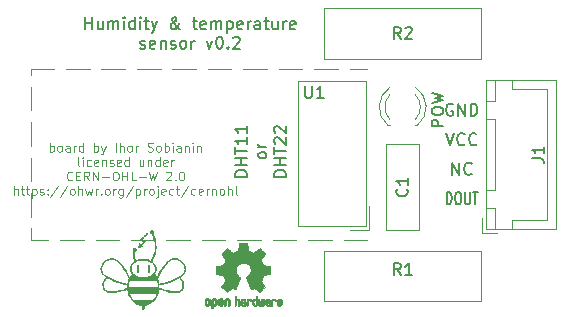
<source format=gbr>
G04 #@! TF.GenerationSoftware,KiCad,Pcbnew,5.1.10-88a1d61d58~90~ubuntu20.04.1*
G04 #@! TF.CreationDate,2022-01-16T21:05:33+00:00*
G04 #@! TF.ProjectId,hum_temp_sensor,68756d5f-7465-46d7-905f-73656e736f72,rev?*
G04 #@! TF.SameCoordinates,Original*
G04 #@! TF.FileFunction,Legend,Top*
G04 #@! TF.FilePolarity,Positive*
%FSLAX46Y46*%
G04 Gerber Fmt 4.6, Leading zero omitted, Abs format (unit mm)*
G04 Created by KiCad (PCBNEW 5.1.10-88a1d61d58~90~ubuntu20.04.1) date 2022-01-16 21:05:33*
%MOMM*%
%LPD*%
G01*
G04 APERTURE LIST*
%ADD10C,0.100000*%
%ADD11C,0.150000*%
%ADD12C,0.120000*%
%ADD13C,0.010000*%
G04 APERTURE END LIST*
D10*
X90127142Y-108991785D02*
X90127142Y-108241785D01*
X90127142Y-108527500D02*
X90198571Y-108491785D01*
X90341428Y-108491785D01*
X90412857Y-108527500D01*
X90448571Y-108563214D01*
X90484285Y-108634642D01*
X90484285Y-108848928D01*
X90448571Y-108920357D01*
X90412857Y-108956071D01*
X90341428Y-108991785D01*
X90198571Y-108991785D01*
X90127142Y-108956071D01*
X90912857Y-108991785D02*
X90841428Y-108956071D01*
X90805714Y-108920357D01*
X90770000Y-108848928D01*
X90770000Y-108634642D01*
X90805714Y-108563214D01*
X90841428Y-108527500D01*
X90912857Y-108491785D01*
X91020000Y-108491785D01*
X91091428Y-108527500D01*
X91127142Y-108563214D01*
X91162857Y-108634642D01*
X91162857Y-108848928D01*
X91127142Y-108920357D01*
X91091428Y-108956071D01*
X91020000Y-108991785D01*
X90912857Y-108991785D01*
X91805714Y-108991785D02*
X91805714Y-108598928D01*
X91770000Y-108527500D01*
X91698571Y-108491785D01*
X91555714Y-108491785D01*
X91484285Y-108527500D01*
X91805714Y-108956071D02*
X91734285Y-108991785D01*
X91555714Y-108991785D01*
X91484285Y-108956071D01*
X91448571Y-108884642D01*
X91448571Y-108813214D01*
X91484285Y-108741785D01*
X91555714Y-108706071D01*
X91734285Y-108706071D01*
X91805714Y-108670357D01*
X92162857Y-108991785D02*
X92162857Y-108491785D01*
X92162857Y-108634642D02*
X92198571Y-108563214D01*
X92234285Y-108527500D01*
X92305714Y-108491785D01*
X92377142Y-108491785D01*
X92948571Y-108991785D02*
X92948571Y-108241785D01*
X92948571Y-108956071D02*
X92877142Y-108991785D01*
X92734285Y-108991785D01*
X92662857Y-108956071D01*
X92627142Y-108920357D01*
X92591428Y-108848928D01*
X92591428Y-108634642D01*
X92627142Y-108563214D01*
X92662857Y-108527500D01*
X92734285Y-108491785D01*
X92877142Y-108491785D01*
X92948571Y-108527500D01*
X93877142Y-108991785D02*
X93877142Y-108241785D01*
X93877142Y-108527500D02*
X93948571Y-108491785D01*
X94091428Y-108491785D01*
X94162857Y-108527500D01*
X94198571Y-108563214D01*
X94234285Y-108634642D01*
X94234285Y-108848928D01*
X94198571Y-108920357D01*
X94162857Y-108956071D01*
X94091428Y-108991785D01*
X93948571Y-108991785D01*
X93877142Y-108956071D01*
X94484285Y-108491785D02*
X94662857Y-108991785D01*
X94841428Y-108491785D02*
X94662857Y-108991785D01*
X94591428Y-109170357D01*
X94555714Y-109206071D01*
X94484285Y-109241785D01*
X95698571Y-108991785D02*
X95698571Y-108241785D01*
X96055714Y-108991785D02*
X96055714Y-108241785D01*
X96377142Y-108991785D02*
X96377142Y-108598928D01*
X96341428Y-108527500D01*
X96270000Y-108491785D01*
X96162857Y-108491785D01*
X96091428Y-108527500D01*
X96055714Y-108563214D01*
X96841428Y-108991785D02*
X96770000Y-108956071D01*
X96734285Y-108920357D01*
X96698571Y-108848928D01*
X96698571Y-108634642D01*
X96734285Y-108563214D01*
X96770000Y-108527500D01*
X96841428Y-108491785D01*
X96948571Y-108491785D01*
X97020000Y-108527500D01*
X97055714Y-108563214D01*
X97091428Y-108634642D01*
X97091428Y-108848928D01*
X97055714Y-108920357D01*
X97020000Y-108956071D01*
X96948571Y-108991785D01*
X96841428Y-108991785D01*
X97412857Y-108991785D02*
X97412857Y-108491785D01*
X97412857Y-108634642D02*
X97448571Y-108563214D01*
X97484285Y-108527500D01*
X97555714Y-108491785D01*
X97627142Y-108491785D01*
X98412857Y-108956071D02*
X98520000Y-108991785D01*
X98698571Y-108991785D01*
X98770000Y-108956071D01*
X98805714Y-108920357D01*
X98841428Y-108848928D01*
X98841428Y-108777500D01*
X98805714Y-108706071D01*
X98770000Y-108670357D01*
X98698571Y-108634642D01*
X98555714Y-108598928D01*
X98484285Y-108563214D01*
X98448571Y-108527500D01*
X98412857Y-108456071D01*
X98412857Y-108384642D01*
X98448571Y-108313214D01*
X98484285Y-108277500D01*
X98555714Y-108241785D01*
X98734285Y-108241785D01*
X98841428Y-108277500D01*
X99270000Y-108991785D02*
X99198571Y-108956071D01*
X99162857Y-108920357D01*
X99127142Y-108848928D01*
X99127142Y-108634642D01*
X99162857Y-108563214D01*
X99198571Y-108527500D01*
X99270000Y-108491785D01*
X99377142Y-108491785D01*
X99448571Y-108527500D01*
X99484285Y-108563214D01*
X99520000Y-108634642D01*
X99520000Y-108848928D01*
X99484285Y-108920357D01*
X99448571Y-108956071D01*
X99377142Y-108991785D01*
X99270000Y-108991785D01*
X99841428Y-108991785D02*
X99841428Y-108241785D01*
X99841428Y-108527500D02*
X99912857Y-108491785D01*
X100055714Y-108491785D01*
X100127142Y-108527500D01*
X100162857Y-108563214D01*
X100198571Y-108634642D01*
X100198571Y-108848928D01*
X100162857Y-108920357D01*
X100127142Y-108956071D01*
X100055714Y-108991785D01*
X99912857Y-108991785D01*
X99841428Y-108956071D01*
X100520000Y-108991785D02*
X100520000Y-108491785D01*
X100520000Y-108241785D02*
X100484285Y-108277500D01*
X100520000Y-108313214D01*
X100555714Y-108277500D01*
X100520000Y-108241785D01*
X100520000Y-108313214D01*
X101198571Y-108991785D02*
X101198571Y-108598928D01*
X101162857Y-108527500D01*
X101091428Y-108491785D01*
X100948571Y-108491785D01*
X100877142Y-108527500D01*
X101198571Y-108956071D02*
X101127142Y-108991785D01*
X100948571Y-108991785D01*
X100877142Y-108956071D01*
X100841428Y-108884642D01*
X100841428Y-108813214D01*
X100877142Y-108741785D01*
X100948571Y-108706071D01*
X101127142Y-108706071D01*
X101198571Y-108670357D01*
X101555714Y-108491785D02*
X101555714Y-108991785D01*
X101555714Y-108563214D02*
X101591428Y-108527500D01*
X101662857Y-108491785D01*
X101770000Y-108491785D01*
X101841428Y-108527500D01*
X101877142Y-108598928D01*
X101877142Y-108991785D01*
X102234285Y-108991785D02*
X102234285Y-108491785D01*
X102234285Y-108241785D02*
X102198571Y-108277500D01*
X102234285Y-108313214D01*
X102270000Y-108277500D01*
X102234285Y-108241785D01*
X102234285Y-108313214D01*
X102591428Y-108491785D02*
X102591428Y-108991785D01*
X102591428Y-108563214D02*
X102627142Y-108527500D01*
X102698571Y-108491785D01*
X102805714Y-108491785D01*
X102877142Y-108527500D01*
X102912857Y-108598928D01*
X102912857Y-108991785D01*
X92627142Y-110216785D02*
X92555714Y-110181071D01*
X92520000Y-110109642D01*
X92520000Y-109466785D01*
X92912857Y-110216785D02*
X92912857Y-109716785D01*
X92912857Y-109466785D02*
X92877142Y-109502500D01*
X92912857Y-109538214D01*
X92948571Y-109502500D01*
X92912857Y-109466785D01*
X92912857Y-109538214D01*
X93591428Y-110181071D02*
X93520000Y-110216785D01*
X93377142Y-110216785D01*
X93305714Y-110181071D01*
X93270000Y-110145357D01*
X93234285Y-110073928D01*
X93234285Y-109859642D01*
X93270000Y-109788214D01*
X93305714Y-109752500D01*
X93377142Y-109716785D01*
X93520000Y-109716785D01*
X93591428Y-109752500D01*
X94198571Y-110181071D02*
X94127142Y-110216785D01*
X93984285Y-110216785D01*
X93912857Y-110181071D01*
X93877142Y-110109642D01*
X93877142Y-109823928D01*
X93912857Y-109752500D01*
X93984285Y-109716785D01*
X94127142Y-109716785D01*
X94198571Y-109752500D01*
X94234285Y-109823928D01*
X94234285Y-109895357D01*
X93877142Y-109966785D01*
X94555714Y-109716785D02*
X94555714Y-110216785D01*
X94555714Y-109788214D02*
X94591428Y-109752500D01*
X94662857Y-109716785D01*
X94770000Y-109716785D01*
X94841428Y-109752500D01*
X94877142Y-109823928D01*
X94877142Y-110216785D01*
X95198571Y-110181071D02*
X95270000Y-110216785D01*
X95412857Y-110216785D01*
X95484285Y-110181071D01*
X95520000Y-110109642D01*
X95520000Y-110073928D01*
X95484285Y-110002500D01*
X95412857Y-109966785D01*
X95305714Y-109966785D01*
X95234285Y-109931071D01*
X95198571Y-109859642D01*
X95198571Y-109823928D01*
X95234285Y-109752500D01*
X95305714Y-109716785D01*
X95412857Y-109716785D01*
X95484285Y-109752500D01*
X96127142Y-110181071D02*
X96055714Y-110216785D01*
X95912857Y-110216785D01*
X95841428Y-110181071D01*
X95805714Y-110109642D01*
X95805714Y-109823928D01*
X95841428Y-109752500D01*
X95912857Y-109716785D01*
X96055714Y-109716785D01*
X96127142Y-109752500D01*
X96162857Y-109823928D01*
X96162857Y-109895357D01*
X95805714Y-109966785D01*
X96805714Y-110216785D02*
X96805714Y-109466785D01*
X96805714Y-110181071D02*
X96734285Y-110216785D01*
X96591428Y-110216785D01*
X96520000Y-110181071D01*
X96484285Y-110145357D01*
X96448571Y-110073928D01*
X96448571Y-109859642D01*
X96484285Y-109788214D01*
X96520000Y-109752500D01*
X96591428Y-109716785D01*
X96734285Y-109716785D01*
X96805714Y-109752500D01*
X98055714Y-109716785D02*
X98055714Y-110216785D01*
X97734285Y-109716785D02*
X97734285Y-110109642D01*
X97770000Y-110181071D01*
X97841428Y-110216785D01*
X97948571Y-110216785D01*
X98020000Y-110181071D01*
X98055714Y-110145357D01*
X98412857Y-109716785D02*
X98412857Y-110216785D01*
X98412857Y-109788214D02*
X98448571Y-109752500D01*
X98520000Y-109716785D01*
X98627142Y-109716785D01*
X98698571Y-109752500D01*
X98734285Y-109823928D01*
X98734285Y-110216785D01*
X99412857Y-110216785D02*
X99412857Y-109466785D01*
X99412857Y-110181071D02*
X99341428Y-110216785D01*
X99198571Y-110216785D01*
X99127142Y-110181071D01*
X99091428Y-110145357D01*
X99055714Y-110073928D01*
X99055714Y-109859642D01*
X99091428Y-109788214D01*
X99127142Y-109752500D01*
X99198571Y-109716785D01*
X99341428Y-109716785D01*
X99412857Y-109752500D01*
X100055714Y-110181071D02*
X99984285Y-110216785D01*
X99841428Y-110216785D01*
X99770000Y-110181071D01*
X99734285Y-110109642D01*
X99734285Y-109823928D01*
X99770000Y-109752500D01*
X99841428Y-109716785D01*
X99984285Y-109716785D01*
X100055714Y-109752500D01*
X100091428Y-109823928D01*
X100091428Y-109895357D01*
X99734285Y-109966785D01*
X100412857Y-110216785D02*
X100412857Y-109716785D01*
X100412857Y-109859642D02*
X100448571Y-109788214D01*
X100484285Y-109752500D01*
X100555714Y-109716785D01*
X100627142Y-109716785D01*
X92020000Y-111370357D02*
X91984285Y-111406071D01*
X91877142Y-111441785D01*
X91805714Y-111441785D01*
X91698571Y-111406071D01*
X91627142Y-111334642D01*
X91591428Y-111263214D01*
X91555714Y-111120357D01*
X91555714Y-111013214D01*
X91591428Y-110870357D01*
X91627142Y-110798928D01*
X91698571Y-110727500D01*
X91805714Y-110691785D01*
X91877142Y-110691785D01*
X91984285Y-110727500D01*
X92020000Y-110763214D01*
X92341428Y-111048928D02*
X92591428Y-111048928D01*
X92698571Y-111441785D02*
X92341428Y-111441785D01*
X92341428Y-110691785D01*
X92698571Y-110691785D01*
X93448571Y-111441785D02*
X93198571Y-111084642D01*
X93020000Y-111441785D02*
X93020000Y-110691785D01*
X93305714Y-110691785D01*
X93377142Y-110727500D01*
X93412857Y-110763214D01*
X93448571Y-110834642D01*
X93448571Y-110941785D01*
X93412857Y-111013214D01*
X93377142Y-111048928D01*
X93305714Y-111084642D01*
X93020000Y-111084642D01*
X93770000Y-111441785D02*
X93770000Y-110691785D01*
X94198571Y-111441785D01*
X94198571Y-110691785D01*
X94555714Y-111156071D02*
X95127142Y-111156071D01*
X95627142Y-110691785D02*
X95770000Y-110691785D01*
X95841428Y-110727500D01*
X95912857Y-110798928D01*
X95948571Y-110941785D01*
X95948571Y-111191785D01*
X95912857Y-111334642D01*
X95841428Y-111406071D01*
X95770000Y-111441785D01*
X95627142Y-111441785D01*
X95555714Y-111406071D01*
X95484285Y-111334642D01*
X95448571Y-111191785D01*
X95448571Y-110941785D01*
X95484285Y-110798928D01*
X95555714Y-110727500D01*
X95627142Y-110691785D01*
X96270000Y-111441785D02*
X96270000Y-110691785D01*
X96270000Y-111048928D02*
X96698571Y-111048928D01*
X96698571Y-111441785D02*
X96698571Y-110691785D01*
X97412857Y-111441785D02*
X97055714Y-111441785D01*
X97055714Y-110691785D01*
X97662857Y-111156071D02*
X98234285Y-111156071D01*
X98520000Y-110691785D02*
X98698571Y-111441785D01*
X98841428Y-110906071D01*
X98984285Y-111441785D01*
X99162857Y-110691785D01*
X99984285Y-110763214D02*
X100020000Y-110727500D01*
X100091428Y-110691785D01*
X100270000Y-110691785D01*
X100341428Y-110727500D01*
X100377142Y-110763214D01*
X100412857Y-110834642D01*
X100412857Y-110906071D01*
X100377142Y-111013214D01*
X99948571Y-111441785D01*
X100412857Y-111441785D01*
X100734285Y-111370357D02*
X100770000Y-111406071D01*
X100734285Y-111441785D01*
X100698571Y-111406071D01*
X100734285Y-111370357D01*
X100734285Y-111441785D01*
X101234285Y-110691785D02*
X101305714Y-110691785D01*
X101377142Y-110727500D01*
X101412857Y-110763214D01*
X101448571Y-110834642D01*
X101484285Y-110977500D01*
X101484285Y-111156071D01*
X101448571Y-111298928D01*
X101412857Y-111370357D01*
X101377142Y-111406071D01*
X101305714Y-111441785D01*
X101234285Y-111441785D01*
X101162857Y-111406071D01*
X101127142Y-111370357D01*
X101091428Y-111298928D01*
X101055714Y-111156071D01*
X101055714Y-110977500D01*
X101091428Y-110834642D01*
X101127142Y-110763214D01*
X101162857Y-110727500D01*
X101234285Y-110691785D01*
X87109285Y-112666785D02*
X87109285Y-111916785D01*
X87430714Y-112666785D02*
X87430714Y-112273928D01*
X87395000Y-112202500D01*
X87323571Y-112166785D01*
X87216428Y-112166785D01*
X87145000Y-112202500D01*
X87109285Y-112238214D01*
X87680714Y-112166785D02*
X87966428Y-112166785D01*
X87787857Y-111916785D02*
X87787857Y-112559642D01*
X87823571Y-112631071D01*
X87895000Y-112666785D01*
X87966428Y-112666785D01*
X88109285Y-112166785D02*
X88395000Y-112166785D01*
X88216428Y-111916785D02*
X88216428Y-112559642D01*
X88252142Y-112631071D01*
X88323571Y-112666785D01*
X88395000Y-112666785D01*
X88645000Y-112166785D02*
X88645000Y-112916785D01*
X88645000Y-112202500D02*
X88716428Y-112166785D01*
X88859285Y-112166785D01*
X88930714Y-112202500D01*
X88966428Y-112238214D01*
X89002142Y-112309642D01*
X89002142Y-112523928D01*
X88966428Y-112595357D01*
X88930714Y-112631071D01*
X88859285Y-112666785D01*
X88716428Y-112666785D01*
X88645000Y-112631071D01*
X89287857Y-112631071D02*
X89359285Y-112666785D01*
X89502142Y-112666785D01*
X89573571Y-112631071D01*
X89609285Y-112559642D01*
X89609285Y-112523928D01*
X89573571Y-112452500D01*
X89502142Y-112416785D01*
X89395000Y-112416785D01*
X89323571Y-112381071D01*
X89287857Y-112309642D01*
X89287857Y-112273928D01*
X89323571Y-112202500D01*
X89395000Y-112166785D01*
X89502142Y-112166785D01*
X89573571Y-112202500D01*
X89930714Y-112595357D02*
X89966428Y-112631071D01*
X89930714Y-112666785D01*
X89895000Y-112631071D01*
X89930714Y-112595357D01*
X89930714Y-112666785D01*
X89930714Y-112202500D02*
X89966428Y-112238214D01*
X89930714Y-112273928D01*
X89895000Y-112238214D01*
X89930714Y-112202500D01*
X89930714Y-112273928D01*
X90823571Y-111881071D02*
X90180714Y-112845357D01*
X91609285Y-111881071D02*
X90966428Y-112845357D01*
X91966428Y-112666785D02*
X91895000Y-112631071D01*
X91859285Y-112595357D01*
X91823571Y-112523928D01*
X91823571Y-112309642D01*
X91859285Y-112238214D01*
X91895000Y-112202500D01*
X91966428Y-112166785D01*
X92073571Y-112166785D01*
X92145000Y-112202500D01*
X92180714Y-112238214D01*
X92216428Y-112309642D01*
X92216428Y-112523928D01*
X92180714Y-112595357D01*
X92145000Y-112631071D01*
X92073571Y-112666785D01*
X91966428Y-112666785D01*
X92537857Y-112666785D02*
X92537857Y-111916785D01*
X92859285Y-112666785D02*
X92859285Y-112273928D01*
X92823571Y-112202500D01*
X92752142Y-112166785D01*
X92645000Y-112166785D01*
X92573571Y-112202500D01*
X92537857Y-112238214D01*
X93145000Y-112166785D02*
X93287857Y-112666785D01*
X93430714Y-112309642D01*
X93573571Y-112666785D01*
X93716428Y-112166785D01*
X94002142Y-112666785D02*
X94002142Y-112166785D01*
X94002142Y-112309642D02*
X94037857Y-112238214D01*
X94073571Y-112202500D01*
X94145000Y-112166785D01*
X94216428Y-112166785D01*
X94466428Y-112595357D02*
X94502142Y-112631071D01*
X94466428Y-112666785D01*
X94430714Y-112631071D01*
X94466428Y-112595357D01*
X94466428Y-112666785D01*
X94930714Y-112666785D02*
X94859285Y-112631071D01*
X94823571Y-112595357D01*
X94787857Y-112523928D01*
X94787857Y-112309642D01*
X94823571Y-112238214D01*
X94859285Y-112202500D01*
X94930714Y-112166785D01*
X95037857Y-112166785D01*
X95109285Y-112202500D01*
X95145000Y-112238214D01*
X95180714Y-112309642D01*
X95180714Y-112523928D01*
X95145000Y-112595357D01*
X95109285Y-112631071D01*
X95037857Y-112666785D01*
X94930714Y-112666785D01*
X95502142Y-112666785D02*
X95502142Y-112166785D01*
X95502142Y-112309642D02*
X95537857Y-112238214D01*
X95573571Y-112202500D01*
X95645000Y-112166785D01*
X95716428Y-112166785D01*
X96287857Y-112166785D02*
X96287857Y-112773928D01*
X96252142Y-112845357D01*
X96216428Y-112881071D01*
X96145000Y-112916785D01*
X96037857Y-112916785D01*
X95966428Y-112881071D01*
X96287857Y-112631071D02*
X96216428Y-112666785D01*
X96073571Y-112666785D01*
X96002142Y-112631071D01*
X95966428Y-112595357D01*
X95930714Y-112523928D01*
X95930714Y-112309642D01*
X95966428Y-112238214D01*
X96002142Y-112202500D01*
X96073571Y-112166785D01*
X96216428Y-112166785D01*
X96287857Y-112202500D01*
X97180714Y-111881071D02*
X96537857Y-112845357D01*
X97430714Y-112166785D02*
X97430714Y-112916785D01*
X97430714Y-112202500D02*
X97502142Y-112166785D01*
X97645000Y-112166785D01*
X97716428Y-112202500D01*
X97752142Y-112238214D01*
X97787857Y-112309642D01*
X97787857Y-112523928D01*
X97752142Y-112595357D01*
X97716428Y-112631071D01*
X97645000Y-112666785D01*
X97502142Y-112666785D01*
X97430714Y-112631071D01*
X98109285Y-112666785D02*
X98109285Y-112166785D01*
X98109285Y-112309642D02*
X98145000Y-112238214D01*
X98180714Y-112202500D01*
X98252142Y-112166785D01*
X98323571Y-112166785D01*
X98680714Y-112666785D02*
X98609285Y-112631071D01*
X98573571Y-112595357D01*
X98537857Y-112523928D01*
X98537857Y-112309642D01*
X98573571Y-112238214D01*
X98609285Y-112202500D01*
X98680714Y-112166785D01*
X98787857Y-112166785D01*
X98859285Y-112202500D01*
X98895000Y-112238214D01*
X98930714Y-112309642D01*
X98930714Y-112523928D01*
X98895000Y-112595357D01*
X98859285Y-112631071D01*
X98787857Y-112666785D01*
X98680714Y-112666785D01*
X99252142Y-112166785D02*
X99252142Y-112809642D01*
X99216428Y-112881071D01*
X99145000Y-112916785D01*
X99109285Y-112916785D01*
X99252142Y-111916785D02*
X99216428Y-111952500D01*
X99252142Y-111988214D01*
X99287857Y-111952500D01*
X99252142Y-111916785D01*
X99252142Y-111988214D01*
X99895000Y-112631071D02*
X99823571Y-112666785D01*
X99680714Y-112666785D01*
X99609285Y-112631071D01*
X99573571Y-112559642D01*
X99573571Y-112273928D01*
X99609285Y-112202500D01*
X99680714Y-112166785D01*
X99823571Y-112166785D01*
X99895000Y-112202500D01*
X99930714Y-112273928D01*
X99930714Y-112345357D01*
X99573571Y-112416785D01*
X100573571Y-112631071D02*
X100502142Y-112666785D01*
X100359285Y-112666785D01*
X100287857Y-112631071D01*
X100252142Y-112595357D01*
X100216428Y-112523928D01*
X100216428Y-112309642D01*
X100252142Y-112238214D01*
X100287857Y-112202500D01*
X100359285Y-112166785D01*
X100502142Y-112166785D01*
X100573571Y-112202500D01*
X100787857Y-112166785D02*
X101073571Y-112166785D01*
X100895000Y-111916785D02*
X100895000Y-112559642D01*
X100930714Y-112631071D01*
X101002142Y-112666785D01*
X101073571Y-112666785D01*
X101859285Y-111881071D02*
X101216428Y-112845357D01*
X102430714Y-112631071D02*
X102359285Y-112666785D01*
X102216428Y-112666785D01*
X102145000Y-112631071D01*
X102109285Y-112595357D01*
X102073571Y-112523928D01*
X102073571Y-112309642D01*
X102109285Y-112238214D01*
X102145000Y-112202500D01*
X102216428Y-112166785D01*
X102359285Y-112166785D01*
X102430714Y-112202500D01*
X103037857Y-112631071D02*
X102966428Y-112666785D01*
X102823571Y-112666785D01*
X102752142Y-112631071D01*
X102716428Y-112559642D01*
X102716428Y-112273928D01*
X102752142Y-112202500D01*
X102823571Y-112166785D01*
X102966428Y-112166785D01*
X103037857Y-112202500D01*
X103073571Y-112273928D01*
X103073571Y-112345357D01*
X102716428Y-112416785D01*
X103395000Y-112666785D02*
X103395000Y-112166785D01*
X103395000Y-112309642D02*
X103430714Y-112238214D01*
X103466428Y-112202500D01*
X103537857Y-112166785D01*
X103609285Y-112166785D01*
X103859285Y-112166785D02*
X103859285Y-112666785D01*
X103859285Y-112238214D02*
X103895000Y-112202500D01*
X103966428Y-112166785D01*
X104073571Y-112166785D01*
X104145000Y-112202500D01*
X104180714Y-112273928D01*
X104180714Y-112666785D01*
X104645000Y-112666785D02*
X104573571Y-112631071D01*
X104537857Y-112595357D01*
X104502142Y-112523928D01*
X104502142Y-112309642D01*
X104537857Y-112238214D01*
X104573571Y-112202500D01*
X104645000Y-112166785D01*
X104752142Y-112166785D01*
X104823571Y-112202500D01*
X104859285Y-112238214D01*
X104895000Y-112309642D01*
X104895000Y-112523928D01*
X104859285Y-112595357D01*
X104823571Y-112631071D01*
X104752142Y-112666785D01*
X104645000Y-112666785D01*
X105216428Y-112666785D02*
X105216428Y-111916785D01*
X105537857Y-112666785D02*
X105537857Y-112273928D01*
X105502142Y-112202500D01*
X105430714Y-112166785D01*
X105323571Y-112166785D01*
X105252142Y-112202500D01*
X105216428Y-112238214D01*
X106002142Y-112666785D02*
X105930714Y-112631071D01*
X105895000Y-112559642D01*
X105895000Y-111916785D01*
D11*
X106802380Y-111119047D02*
X105802380Y-111119047D01*
X105802380Y-110880952D01*
X105850000Y-110738095D01*
X105945238Y-110642857D01*
X106040476Y-110595238D01*
X106230952Y-110547619D01*
X106373809Y-110547619D01*
X106564285Y-110595238D01*
X106659523Y-110642857D01*
X106754761Y-110738095D01*
X106802380Y-110880952D01*
X106802380Y-111119047D01*
X106802380Y-110119047D02*
X105802380Y-110119047D01*
X106278571Y-110119047D02*
X106278571Y-109547619D01*
X106802380Y-109547619D02*
X105802380Y-109547619D01*
X105802380Y-109214285D02*
X105802380Y-108642857D01*
X106802380Y-108928571D02*
X105802380Y-108928571D01*
X106802380Y-107785714D02*
X106802380Y-108357142D01*
X106802380Y-108071428D02*
X105802380Y-108071428D01*
X105945238Y-108166666D01*
X106040476Y-108261904D01*
X106088095Y-108357142D01*
X106802380Y-106833333D02*
X106802380Y-107404761D01*
X106802380Y-107119047D02*
X105802380Y-107119047D01*
X105945238Y-107214285D01*
X106040476Y-107309523D01*
X106088095Y-107404761D01*
X108452380Y-109380952D02*
X108404761Y-109476190D01*
X108357142Y-109523809D01*
X108261904Y-109571428D01*
X107976190Y-109571428D01*
X107880952Y-109523809D01*
X107833333Y-109476190D01*
X107785714Y-109380952D01*
X107785714Y-109238095D01*
X107833333Y-109142857D01*
X107880952Y-109095238D01*
X107976190Y-109047619D01*
X108261904Y-109047619D01*
X108357142Y-109095238D01*
X108404761Y-109142857D01*
X108452380Y-109238095D01*
X108452380Y-109380952D01*
X108452380Y-108619047D02*
X107785714Y-108619047D01*
X107976190Y-108619047D02*
X107880952Y-108571428D01*
X107833333Y-108523809D01*
X107785714Y-108428571D01*
X107785714Y-108333333D01*
X110102380Y-111119047D02*
X109102380Y-111119047D01*
X109102380Y-110880952D01*
X109150000Y-110738095D01*
X109245238Y-110642857D01*
X109340476Y-110595238D01*
X109530952Y-110547619D01*
X109673809Y-110547619D01*
X109864285Y-110595238D01*
X109959523Y-110642857D01*
X110054761Y-110738095D01*
X110102380Y-110880952D01*
X110102380Y-111119047D01*
X110102380Y-110119047D02*
X109102380Y-110119047D01*
X109578571Y-110119047D02*
X109578571Y-109547619D01*
X110102380Y-109547619D02*
X109102380Y-109547619D01*
X109102380Y-109214285D02*
X109102380Y-108642857D01*
X110102380Y-108928571D02*
X109102380Y-108928571D01*
X109197619Y-108357142D02*
X109150000Y-108309523D01*
X109102380Y-108214285D01*
X109102380Y-107976190D01*
X109150000Y-107880952D01*
X109197619Y-107833333D01*
X109292857Y-107785714D01*
X109388095Y-107785714D01*
X109530952Y-107833333D01*
X110102380Y-108404761D01*
X110102380Y-107785714D01*
X109197619Y-107404761D02*
X109150000Y-107357142D01*
X109102380Y-107261904D01*
X109102380Y-107023809D01*
X109150000Y-106928571D01*
X109197619Y-106880952D01*
X109292857Y-106833333D01*
X109388095Y-106833333D01*
X109530952Y-106880952D01*
X110102380Y-107452380D01*
X110102380Y-106833333D01*
X93119047Y-98627380D02*
X93119047Y-97627380D01*
X93119047Y-98103571D02*
X93690476Y-98103571D01*
X93690476Y-98627380D02*
X93690476Y-97627380D01*
X94595238Y-97960714D02*
X94595238Y-98627380D01*
X94166666Y-97960714D02*
X94166666Y-98484523D01*
X94214285Y-98579761D01*
X94309523Y-98627380D01*
X94452380Y-98627380D01*
X94547619Y-98579761D01*
X94595238Y-98532142D01*
X95071428Y-98627380D02*
X95071428Y-97960714D01*
X95071428Y-98055952D02*
X95119047Y-98008333D01*
X95214285Y-97960714D01*
X95357142Y-97960714D01*
X95452380Y-98008333D01*
X95499999Y-98103571D01*
X95499999Y-98627380D01*
X95499999Y-98103571D02*
X95547619Y-98008333D01*
X95642857Y-97960714D01*
X95785714Y-97960714D01*
X95880952Y-98008333D01*
X95928571Y-98103571D01*
X95928571Y-98627380D01*
X96404761Y-98627380D02*
X96404761Y-97960714D01*
X96404761Y-97627380D02*
X96357142Y-97675000D01*
X96404761Y-97722619D01*
X96452380Y-97675000D01*
X96404761Y-97627380D01*
X96404761Y-97722619D01*
X97309523Y-98627380D02*
X97309523Y-97627380D01*
X97309523Y-98579761D02*
X97214285Y-98627380D01*
X97023809Y-98627380D01*
X96928571Y-98579761D01*
X96880952Y-98532142D01*
X96833333Y-98436904D01*
X96833333Y-98151190D01*
X96880952Y-98055952D01*
X96928571Y-98008333D01*
X97023809Y-97960714D01*
X97214285Y-97960714D01*
X97309523Y-98008333D01*
X97785714Y-98627380D02*
X97785714Y-97960714D01*
X97785714Y-97627380D02*
X97738095Y-97675000D01*
X97785714Y-97722619D01*
X97833333Y-97675000D01*
X97785714Y-97627380D01*
X97785714Y-97722619D01*
X98119047Y-97960714D02*
X98499999Y-97960714D01*
X98261904Y-97627380D02*
X98261904Y-98484523D01*
X98309523Y-98579761D01*
X98404761Y-98627380D01*
X98499999Y-98627380D01*
X98738095Y-97960714D02*
X98976190Y-98627380D01*
X99214285Y-97960714D02*
X98976190Y-98627380D01*
X98880952Y-98865476D01*
X98833333Y-98913095D01*
X98738095Y-98960714D01*
X101166666Y-98627380D02*
X101119047Y-98627380D01*
X101023809Y-98579761D01*
X100880952Y-98436904D01*
X100642857Y-98151190D01*
X100547619Y-98008333D01*
X100499999Y-97865476D01*
X100499999Y-97770238D01*
X100547619Y-97675000D01*
X100642857Y-97627380D01*
X100690476Y-97627380D01*
X100785714Y-97675000D01*
X100833333Y-97770238D01*
X100833333Y-97817857D01*
X100785714Y-97913095D01*
X100738095Y-97960714D01*
X100452380Y-98151190D01*
X100404761Y-98198809D01*
X100357142Y-98294047D01*
X100357142Y-98436904D01*
X100404761Y-98532142D01*
X100452380Y-98579761D01*
X100547619Y-98627380D01*
X100690476Y-98627380D01*
X100785714Y-98579761D01*
X100833333Y-98532142D01*
X100976190Y-98341666D01*
X101023809Y-98198809D01*
X101023809Y-98103571D01*
X102214285Y-97960714D02*
X102595238Y-97960714D01*
X102357142Y-97627380D02*
X102357142Y-98484523D01*
X102404761Y-98579761D01*
X102499999Y-98627380D01*
X102595238Y-98627380D01*
X103309523Y-98579761D02*
X103214285Y-98627380D01*
X103023809Y-98627380D01*
X102928571Y-98579761D01*
X102880952Y-98484523D01*
X102880952Y-98103571D01*
X102928571Y-98008333D01*
X103023809Y-97960714D01*
X103214285Y-97960714D01*
X103309523Y-98008333D01*
X103357142Y-98103571D01*
X103357142Y-98198809D01*
X102880952Y-98294047D01*
X103785714Y-98627380D02*
X103785714Y-97960714D01*
X103785714Y-98055952D02*
X103833333Y-98008333D01*
X103928571Y-97960714D01*
X104071428Y-97960714D01*
X104166666Y-98008333D01*
X104214285Y-98103571D01*
X104214285Y-98627380D01*
X104214285Y-98103571D02*
X104261904Y-98008333D01*
X104357142Y-97960714D01*
X104499999Y-97960714D01*
X104595238Y-98008333D01*
X104642857Y-98103571D01*
X104642857Y-98627380D01*
X105119047Y-97960714D02*
X105119047Y-98960714D01*
X105119047Y-98008333D02*
X105214285Y-97960714D01*
X105404761Y-97960714D01*
X105499999Y-98008333D01*
X105547619Y-98055952D01*
X105595238Y-98151190D01*
X105595238Y-98436904D01*
X105547619Y-98532142D01*
X105499999Y-98579761D01*
X105404761Y-98627380D01*
X105214285Y-98627380D01*
X105119047Y-98579761D01*
X106404761Y-98579761D02*
X106309523Y-98627380D01*
X106119047Y-98627380D01*
X106023809Y-98579761D01*
X105976190Y-98484523D01*
X105976190Y-98103571D01*
X106023809Y-98008333D01*
X106119047Y-97960714D01*
X106309523Y-97960714D01*
X106404761Y-98008333D01*
X106452380Y-98103571D01*
X106452380Y-98198809D01*
X105976190Y-98294047D01*
X106880952Y-98627380D02*
X106880952Y-97960714D01*
X106880952Y-98151190D02*
X106928571Y-98055952D01*
X106976190Y-98008333D01*
X107071428Y-97960714D01*
X107166666Y-97960714D01*
X107928571Y-98627380D02*
X107928571Y-98103571D01*
X107880952Y-98008333D01*
X107785714Y-97960714D01*
X107595238Y-97960714D01*
X107499999Y-98008333D01*
X107928571Y-98579761D02*
X107833333Y-98627380D01*
X107595238Y-98627380D01*
X107499999Y-98579761D01*
X107452380Y-98484523D01*
X107452380Y-98389285D01*
X107499999Y-98294047D01*
X107595238Y-98246428D01*
X107833333Y-98246428D01*
X107928571Y-98198809D01*
X108261904Y-97960714D02*
X108642857Y-97960714D01*
X108404761Y-97627380D02*
X108404761Y-98484523D01*
X108452380Y-98579761D01*
X108547619Y-98627380D01*
X108642857Y-98627380D01*
X109404761Y-97960714D02*
X109404761Y-98627380D01*
X108976190Y-97960714D02*
X108976190Y-98484523D01*
X109023809Y-98579761D01*
X109119047Y-98627380D01*
X109261904Y-98627380D01*
X109357142Y-98579761D01*
X109404761Y-98532142D01*
X109880952Y-98627380D02*
X109880952Y-97960714D01*
X109880952Y-98151190D02*
X109928571Y-98055952D01*
X109976190Y-98008333D01*
X110071428Y-97960714D01*
X110166666Y-97960714D01*
X110880952Y-98579761D02*
X110785714Y-98627380D01*
X110595238Y-98627380D01*
X110499999Y-98579761D01*
X110452380Y-98484523D01*
X110452380Y-98103571D01*
X110499999Y-98008333D01*
X110595238Y-97960714D01*
X110785714Y-97960714D01*
X110880952Y-98008333D01*
X110928571Y-98103571D01*
X110928571Y-98198809D01*
X110452380Y-98294047D01*
X97785714Y-100229761D02*
X97880952Y-100277380D01*
X98071428Y-100277380D01*
X98166666Y-100229761D01*
X98214285Y-100134523D01*
X98214285Y-100086904D01*
X98166666Y-99991666D01*
X98071428Y-99944047D01*
X97928571Y-99944047D01*
X97833333Y-99896428D01*
X97785714Y-99801190D01*
X97785714Y-99753571D01*
X97833333Y-99658333D01*
X97928571Y-99610714D01*
X98071428Y-99610714D01*
X98166666Y-99658333D01*
X99023809Y-100229761D02*
X98928571Y-100277380D01*
X98738095Y-100277380D01*
X98642857Y-100229761D01*
X98595238Y-100134523D01*
X98595238Y-99753571D01*
X98642857Y-99658333D01*
X98738095Y-99610714D01*
X98928571Y-99610714D01*
X99023809Y-99658333D01*
X99071428Y-99753571D01*
X99071428Y-99848809D01*
X98595238Y-99944047D01*
X99500000Y-99610714D02*
X99500000Y-100277380D01*
X99500000Y-99705952D02*
X99547619Y-99658333D01*
X99642857Y-99610714D01*
X99785714Y-99610714D01*
X99880952Y-99658333D01*
X99928571Y-99753571D01*
X99928571Y-100277380D01*
X100357142Y-100229761D02*
X100452380Y-100277380D01*
X100642857Y-100277380D01*
X100738095Y-100229761D01*
X100785714Y-100134523D01*
X100785714Y-100086904D01*
X100738095Y-99991666D01*
X100642857Y-99944047D01*
X100500000Y-99944047D01*
X100404761Y-99896428D01*
X100357142Y-99801190D01*
X100357142Y-99753571D01*
X100404761Y-99658333D01*
X100500000Y-99610714D01*
X100642857Y-99610714D01*
X100738095Y-99658333D01*
X101357142Y-100277380D02*
X101261904Y-100229761D01*
X101214285Y-100182142D01*
X101166666Y-100086904D01*
X101166666Y-99801190D01*
X101214285Y-99705952D01*
X101261904Y-99658333D01*
X101357142Y-99610714D01*
X101500000Y-99610714D01*
X101595238Y-99658333D01*
X101642857Y-99705952D01*
X101690476Y-99801190D01*
X101690476Y-100086904D01*
X101642857Y-100182142D01*
X101595238Y-100229761D01*
X101500000Y-100277380D01*
X101357142Y-100277380D01*
X102119047Y-100277380D02*
X102119047Y-99610714D01*
X102119047Y-99801190D02*
X102166666Y-99705952D01*
X102214285Y-99658333D01*
X102309523Y-99610714D01*
X102404761Y-99610714D01*
X103404761Y-99610714D02*
X103642857Y-100277380D01*
X103880952Y-99610714D01*
X104452380Y-99277380D02*
X104547619Y-99277380D01*
X104642857Y-99325000D01*
X104690476Y-99372619D01*
X104738095Y-99467857D01*
X104785714Y-99658333D01*
X104785714Y-99896428D01*
X104738095Y-100086904D01*
X104690476Y-100182142D01*
X104642857Y-100229761D01*
X104547619Y-100277380D01*
X104452380Y-100277380D01*
X104357142Y-100229761D01*
X104309523Y-100182142D01*
X104261904Y-100086904D01*
X104214285Y-99896428D01*
X104214285Y-99658333D01*
X104261904Y-99467857D01*
X104309523Y-99372619D01*
X104357142Y-99325000D01*
X104452380Y-99277380D01*
X105214285Y-100182142D02*
X105261904Y-100229761D01*
X105214285Y-100277380D01*
X105166666Y-100229761D01*
X105214285Y-100182142D01*
X105214285Y-100277380D01*
X105642857Y-99372619D02*
X105690476Y-99325000D01*
X105785714Y-99277380D01*
X106023809Y-99277380D01*
X106119047Y-99325000D01*
X106166666Y-99372619D01*
X106214285Y-99467857D01*
X106214285Y-99563095D01*
X106166666Y-99705952D01*
X105595238Y-100277380D01*
X106214285Y-100277380D01*
D12*
X88500000Y-102500000D02*
X88500000Y-102000000D01*
X117000000Y-102000000D02*
X115500000Y-102000000D01*
X114500000Y-102000000D02*
X112500000Y-102000000D01*
X111500000Y-102000000D02*
X109500000Y-102000000D01*
X108500000Y-102000000D02*
X106500000Y-102000000D01*
X102500000Y-102000000D02*
X100500000Y-102000000D01*
X105500000Y-102000000D02*
X103500000Y-102000000D01*
X96500000Y-102000000D02*
X94500000Y-102000000D01*
X99500000Y-102000000D02*
X97500000Y-102000000D01*
X90500000Y-102000000D02*
X88500000Y-102000000D01*
X93500000Y-102000000D02*
X91500000Y-102000000D01*
X88500000Y-105500000D02*
X88500000Y-103500000D01*
X88500000Y-108500000D02*
X88500000Y-106500000D01*
X88500000Y-111500000D02*
X88500000Y-109500000D01*
X88500000Y-114500000D02*
X88500000Y-112500000D01*
X88500000Y-116500000D02*
X88500000Y-115500000D01*
X90000000Y-116500000D02*
X88500000Y-116500000D01*
X96000000Y-116500000D02*
X94000000Y-116500000D01*
X93000000Y-116500000D02*
X91000000Y-116500000D01*
X102000000Y-116500000D02*
X100000000Y-116500000D01*
X99000000Y-116500000D02*
X97000000Y-116500000D01*
X108000000Y-116500000D02*
X106000000Y-116500000D01*
X105000000Y-116500000D02*
X103000000Y-116500000D01*
X111000000Y-116500000D02*
X109000000Y-116500000D01*
X114000000Y-116500000D02*
X112000000Y-116500000D01*
X117000000Y-116500000D02*
X115000000Y-116500000D01*
D11*
X123666666Y-107452380D02*
X124000000Y-108452380D01*
X124333333Y-107452380D01*
X125238095Y-108357142D02*
X125190476Y-108404761D01*
X125047619Y-108452380D01*
X124952380Y-108452380D01*
X124809523Y-108404761D01*
X124714285Y-108309523D01*
X124666666Y-108214285D01*
X124619047Y-108023809D01*
X124619047Y-107880952D01*
X124666666Y-107690476D01*
X124714285Y-107595238D01*
X124809523Y-107500000D01*
X124952380Y-107452380D01*
X125047619Y-107452380D01*
X125190476Y-107500000D01*
X125238095Y-107547619D01*
X126238095Y-108357142D02*
X126190476Y-108404761D01*
X126047619Y-108452380D01*
X125952380Y-108452380D01*
X125809523Y-108404761D01*
X125714285Y-108309523D01*
X125666666Y-108214285D01*
X125619047Y-108023809D01*
X125619047Y-107880952D01*
X125666666Y-107690476D01*
X125714285Y-107595238D01*
X125809523Y-107500000D01*
X125952380Y-107452380D01*
X126047619Y-107452380D01*
X126190476Y-107500000D01*
X126238095Y-107547619D01*
X124238095Y-105000000D02*
X124142857Y-104952380D01*
X124000000Y-104952380D01*
X123857142Y-105000000D01*
X123761904Y-105095238D01*
X123714285Y-105190476D01*
X123666666Y-105380952D01*
X123666666Y-105523809D01*
X123714285Y-105714285D01*
X123761904Y-105809523D01*
X123857142Y-105904761D01*
X124000000Y-105952380D01*
X124095238Y-105952380D01*
X124238095Y-105904761D01*
X124285714Y-105857142D01*
X124285714Y-105523809D01*
X124095238Y-105523809D01*
X124714285Y-105952380D02*
X124714285Y-104952380D01*
X125285714Y-105952380D01*
X125285714Y-104952380D01*
X125761904Y-105952380D02*
X125761904Y-104952380D01*
X126000000Y-104952380D01*
X126142857Y-105000000D01*
X126238095Y-105095238D01*
X126285714Y-105190476D01*
X126333333Y-105380952D01*
X126333333Y-105523809D01*
X126285714Y-105714285D01*
X126238095Y-105809523D01*
X126142857Y-105904761D01*
X126000000Y-105952380D01*
X125761904Y-105952380D01*
X123732142Y-113452380D02*
X123732142Y-112452380D01*
X123910714Y-112452380D01*
X124017857Y-112500000D01*
X124089285Y-112595238D01*
X124125000Y-112690476D01*
X124160714Y-112880952D01*
X124160714Y-113023809D01*
X124125000Y-113214285D01*
X124089285Y-113309523D01*
X124017857Y-113404761D01*
X123910714Y-113452380D01*
X123732142Y-113452380D01*
X124625000Y-112452380D02*
X124767857Y-112452380D01*
X124839285Y-112500000D01*
X124910714Y-112595238D01*
X124946428Y-112785714D01*
X124946428Y-113119047D01*
X124910714Y-113309523D01*
X124839285Y-113404761D01*
X124767857Y-113452380D01*
X124625000Y-113452380D01*
X124553571Y-113404761D01*
X124482142Y-113309523D01*
X124446428Y-113119047D01*
X124446428Y-112785714D01*
X124482142Y-112595238D01*
X124553571Y-112500000D01*
X124625000Y-112452380D01*
X125267857Y-112452380D02*
X125267857Y-113261904D01*
X125303571Y-113357142D01*
X125339285Y-113404761D01*
X125410714Y-113452380D01*
X125553571Y-113452380D01*
X125625000Y-113404761D01*
X125660714Y-113357142D01*
X125696428Y-113261904D01*
X125696428Y-112452380D01*
X125946428Y-112452380D02*
X126375000Y-112452380D01*
X126160714Y-113452380D02*
X126160714Y-112452380D01*
X124214285Y-110952380D02*
X124214285Y-109952380D01*
X124785714Y-110952380D01*
X124785714Y-109952380D01*
X125833333Y-110857142D02*
X125785714Y-110904761D01*
X125642857Y-110952380D01*
X125547619Y-110952380D01*
X125404761Y-110904761D01*
X125309523Y-110809523D01*
X125261904Y-110714285D01*
X125214285Y-110523809D01*
X125214285Y-110380952D01*
X125261904Y-110190476D01*
X125309523Y-110095238D01*
X125404761Y-110000000D01*
X125547619Y-109952380D01*
X125642857Y-109952380D01*
X125785714Y-110000000D01*
X125833333Y-110047619D01*
X123452380Y-106857142D02*
X122452380Y-106857142D01*
X122452380Y-106476190D01*
X122500000Y-106380952D01*
X122547619Y-106333333D01*
X122642857Y-106285714D01*
X122785714Y-106285714D01*
X122880952Y-106333333D01*
X122928571Y-106380952D01*
X122976190Y-106476190D01*
X122976190Y-106857142D01*
X122452380Y-105666666D02*
X122452380Y-105476190D01*
X122500000Y-105380952D01*
X122595238Y-105285714D01*
X122785714Y-105238095D01*
X123119047Y-105238095D01*
X123309523Y-105285714D01*
X123404761Y-105380952D01*
X123452380Y-105476190D01*
X123452380Y-105666666D01*
X123404761Y-105761904D01*
X123309523Y-105857142D01*
X123119047Y-105904761D01*
X122785714Y-105904761D01*
X122595238Y-105857142D01*
X122500000Y-105761904D01*
X122452380Y-105666666D01*
X122452380Y-104904761D02*
X123452380Y-104666666D01*
X122738095Y-104476190D01*
X123452380Y-104285714D01*
X122452380Y-104047619D01*
D13*
G36*
X98508000Y-119173182D02*
G01*
X98404091Y-119173182D01*
X98404091Y-118630546D01*
X98508000Y-118630546D01*
X98508000Y-119173182D01*
G37*
X98508000Y-119173182D02*
X98404091Y-119173182D01*
X98404091Y-118630546D01*
X98508000Y-118630546D01*
X98508000Y-119173182D01*
G36*
X97584364Y-119173182D02*
G01*
X97480454Y-119173182D01*
X97480454Y-118630546D01*
X97584364Y-118630546D01*
X97584364Y-119173182D01*
G37*
X97584364Y-119173182D02*
X97480454Y-119173182D01*
X97480454Y-118630546D01*
X97584364Y-118630546D01*
X97584364Y-119173182D01*
G36*
X98373099Y-115877467D02*
G01*
X98369224Y-115890801D01*
X98354184Y-115913243D01*
X98327016Y-115945969D01*
X98286760Y-115990152D01*
X98232455Y-116046967D01*
X98163140Y-116117587D01*
X98096827Y-116184219D01*
X97809673Y-116471546D01*
X98008746Y-116471546D01*
X98081153Y-116471724D01*
X98133629Y-116472470D01*
X98169333Y-116474105D01*
X98191424Y-116476946D01*
X98203059Y-116481312D01*
X98207397Y-116487523D01*
X98207818Y-116491650D01*
X98199922Y-116504665D01*
X98177598Y-116531642D01*
X98142890Y-116570362D01*
X98097844Y-116618607D01*
X98044505Y-116674157D01*
X97984919Y-116734794D01*
X97968353Y-116751422D01*
X97892325Y-116828149D01*
X97832869Y-116889584D01*
X97789620Y-116936131D01*
X97762213Y-116968191D01*
X97750284Y-116986170D01*
X97751876Y-116990686D01*
X97775058Y-116988110D01*
X97811968Y-116981832D01*
X97846830Y-116974839D01*
X97887484Y-116966987D01*
X97911876Y-116965268D01*
X97926026Y-116969746D01*
X97932354Y-116975734D01*
X97939429Y-116988130D01*
X97936195Y-116998687D01*
X97920071Y-117008553D01*
X97888477Y-117018878D01*
X97838834Y-117030808D01*
X97781542Y-117042861D01*
X97718772Y-117055603D01*
X97674977Y-117064184D01*
X97646501Y-117069030D01*
X97629687Y-117070567D01*
X97620881Y-117069221D01*
X97616426Y-117065417D01*
X97614442Y-117062329D01*
X97613505Y-117046061D01*
X97617598Y-117013162D01*
X97625537Y-116968818D01*
X97636134Y-116918211D01*
X97648206Y-116866526D01*
X97660564Y-116818946D01*
X97672025Y-116780655D01*
X97681401Y-116756836D01*
X97685510Y-116751657D01*
X97704899Y-116750054D01*
X97714545Y-116765014D01*
X97714774Y-116798134D01*
X97705913Y-116851014D01*
X97705861Y-116851262D01*
X97697327Y-116892815D01*
X97691076Y-116925129D01*
X97688313Y-116941940D01*
X97688273Y-116942658D01*
X97696049Y-116936997D01*
X97717942Y-116917022D01*
X97751798Y-116884804D01*
X97795461Y-116842414D01*
X97846779Y-116791923D01*
X97896249Y-116742744D01*
X98104224Y-116535046D01*
X97916592Y-116529273D01*
X97845020Y-116526743D01*
X97793450Y-116523983D01*
X97758794Y-116520617D01*
X97737962Y-116516270D01*
X97727866Y-116510564D01*
X97725608Y-116506000D01*
X97732793Y-116494540D01*
X97754341Y-116469165D01*
X97788077Y-116432073D01*
X97831826Y-116385462D01*
X97883415Y-116331533D01*
X97940667Y-116272484D01*
X98001408Y-116210514D01*
X98063464Y-116147823D01*
X98124660Y-116086608D01*
X98182820Y-116029070D01*
X98235771Y-115977407D01*
X98281337Y-115933819D01*
X98317345Y-115900504D01*
X98341618Y-115879661D01*
X98351193Y-115873429D01*
X98366768Y-115872068D01*
X98373099Y-115877467D01*
G37*
X98373099Y-115877467D02*
X98369224Y-115890801D01*
X98354184Y-115913243D01*
X98327016Y-115945969D01*
X98286760Y-115990152D01*
X98232455Y-116046967D01*
X98163140Y-116117587D01*
X98096827Y-116184219D01*
X97809673Y-116471546D01*
X98008746Y-116471546D01*
X98081153Y-116471724D01*
X98133629Y-116472470D01*
X98169333Y-116474105D01*
X98191424Y-116476946D01*
X98203059Y-116481312D01*
X98207397Y-116487523D01*
X98207818Y-116491650D01*
X98199922Y-116504665D01*
X98177598Y-116531642D01*
X98142890Y-116570362D01*
X98097844Y-116618607D01*
X98044505Y-116674157D01*
X97984919Y-116734794D01*
X97968353Y-116751422D01*
X97892325Y-116828149D01*
X97832869Y-116889584D01*
X97789620Y-116936131D01*
X97762213Y-116968191D01*
X97750284Y-116986170D01*
X97751876Y-116990686D01*
X97775058Y-116988110D01*
X97811968Y-116981832D01*
X97846830Y-116974839D01*
X97887484Y-116966987D01*
X97911876Y-116965268D01*
X97926026Y-116969746D01*
X97932354Y-116975734D01*
X97939429Y-116988130D01*
X97936195Y-116998687D01*
X97920071Y-117008553D01*
X97888477Y-117018878D01*
X97838834Y-117030808D01*
X97781542Y-117042861D01*
X97718772Y-117055603D01*
X97674977Y-117064184D01*
X97646501Y-117069030D01*
X97629687Y-117070567D01*
X97620881Y-117069221D01*
X97616426Y-117065417D01*
X97614442Y-117062329D01*
X97613505Y-117046061D01*
X97617598Y-117013162D01*
X97625537Y-116968818D01*
X97636134Y-116918211D01*
X97648206Y-116866526D01*
X97660564Y-116818946D01*
X97672025Y-116780655D01*
X97681401Y-116756836D01*
X97685510Y-116751657D01*
X97704899Y-116750054D01*
X97714545Y-116765014D01*
X97714774Y-116798134D01*
X97705913Y-116851014D01*
X97705861Y-116851262D01*
X97697327Y-116892815D01*
X97691076Y-116925129D01*
X97688313Y-116941940D01*
X97688273Y-116942658D01*
X97696049Y-116936997D01*
X97717942Y-116917022D01*
X97751798Y-116884804D01*
X97795461Y-116842414D01*
X97846779Y-116791923D01*
X97896249Y-116742744D01*
X98104224Y-116535046D01*
X97916592Y-116529273D01*
X97845020Y-116526743D01*
X97793450Y-116523983D01*
X97758794Y-116520617D01*
X97737962Y-116516270D01*
X97727866Y-116510564D01*
X97725608Y-116506000D01*
X97732793Y-116494540D01*
X97754341Y-116469165D01*
X97788077Y-116432073D01*
X97831826Y-116385462D01*
X97883415Y-116331533D01*
X97940667Y-116272484D01*
X98001408Y-116210514D01*
X98063464Y-116147823D01*
X98124660Y-116086608D01*
X98182820Y-116029070D01*
X98235771Y-115977407D01*
X98281337Y-115933819D01*
X98317345Y-115900504D01*
X98341618Y-115879661D01*
X98351193Y-115873429D01*
X98366768Y-115872068D01*
X98373099Y-115877467D01*
G36*
X98781124Y-115661728D02*
G01*
X98820066Y-115687377D01*
X98850866Y-115722650D01*
X98862381Y-115746443D01*
X98869381Y-115796169D01*
X98860040Y-115844164D01*
X98836291Y-115882547D01*
X98826963Y-115890772D01*
X98800557Y-115910690D01*
X98860848Y-116038141D01*
X98942059Y-116234093D01*
X99003933Y-116438313D01*
X99046800Y-116652394D01*
X99070993Y-116877926D01*
X99077124Y-117077682D01*
X99073712Y-117224672D01*
X99063437Y-117354827D01*
X99045563Y-117473574D01*
X99019354Y-117586342D01*
X98998815Y-117654955D01*
X98968368Y-117736987D01*
X98926952Y-117830997D01*
X98877686Y-117930665D01*
X98823684Y-118029672D01*
X98770857Y-118117323D01*
X98741321Y-118163729D01*
X98716056Y-118203479D01*
X98697810Y-118232246D01*
X98689434Y-118245534D01*
X98694321Y-118257729D01*
X98714538Y-118277895D01*
X98745386Y-118301472D01*
X98810309Y-118352845D01*
X98876016Y-118416479D01*
X98937047Y-118486221D01*
X98987937Y-118555915D01*
X99018545Y-118609279D01*
X99053095Y-118689128D01*
X99074433Y-118761905D01*
X99084874Y-118837629D01*
X99086945Y-118905066D01*
X99076086Y-119020467D01*
X99045188Y-119132328D01*
X98995987Y-119235343D01*
X98962750Y-119284984D01*
X98935175Y-119321741D01*
X98996225Y-119402894D01*
X99032255Y-119454242D01*
X99070613Y-119514339D01*
X99103634Y-119571117D01*
X99106810Y-119577014D01*
X99156345Y-119669982D01*
X99269255Y-119441786D01*
X99379742Y-119226784D01*
X99488243Y-119032834D01*
X99595982Y-118858121D01*
X99704185Y-118700830D01*
X99814075Y-118559147D01*
X99926878Y-118431257D01*
X100004467Y-118352605D01*
X100128950Y-118241502D01*
X100250200Y-118152962D01*
X100369160Y-118086836D01*
X100486770Y-118042977D01*
X100603972Y-118021236D01*
X100721707Y-118021466D01*
X100840917Y-118043519D01*
X100962542Y-118087246D01*
X101087524Y-118152499D01*
X101125835Y-118176265D01*
X101238046Y-118258565D01*
X101336093Y-118351205D01*
X101419199Y-118452068D01*
X101486591Y-118559035D01*
X101537492Y-118669990D01*
X101571127Y-118782815D01*
X101586721Y-118895393D01*
X101583499Y-119005605D01*
X101560685Y-119111335D01*
X101517504Y-119210464D01*
X101509522Y-119224138D01*
X101467783Y-119282863D01*
X101410567Y-119348425D01*
X101342435Y-119416194D01*
X101267951Y-119481537D01*
X101215409Y-119522663D01*
X101176019Y-119551978D01*
X101144162Y-119575822D01*
X101123999Y-119591072D01*
X101119139Y-119594895D01*
X101125036Y-119603996D01*
X101144107Y-119625315D01*
X101172877Y-119655066D01*
X101189509Y-119671619D01*
X101257910Y-119753170D01*
X101316458Y-119851565D01*
X101363304Y-119961991D01*
X101396598Y-120079634D01*
X101414493Y-120199678D01*
X101417102Y-120264228D01*
X101408130Y-120381577D01*
X101382350Y-120492330D01*
X101341250Y-120593721D01*
X101286317Y-120682986D01*
X101219038Y-120757360D01*
X101140903Y-120814077D01*
X101113719Y-120828107D01*
X101009087Y-120865839D01*
X100886866Y-120889603D01*
X100747784Y-120899491D01*
X100592566Y-120895596D01*
X100421940Y-120878011D01*
X100236633Y-120846829D01*
X100037372Y-120802142D01*
X99824883Y-120744044D01*
X99599893Y-120672626D01*
X99430663Y-120613046D01*
X99320008Y-120572564D01*
X99295866Y-120718578D01*
X99253030Y-120913354D01*
X99190764Y-121095947D01*
X99108640Y-121267293D01*
X99006231Y-121428329D01*
X98923258Y-121534228D01*
X98814822Y-121647279D01*
X98693857Y-121746765D01*
X98563822Y-121830581D01*
X98428175Y-121896622D01*
X98290374Y-121942784D01*
X98229531Y-121956334D01*
X98189546Y-121963931D01*
X98158226Y-121970106D01*
X98143514Y-121973255D01*
X98135688Y-121984969D01*
X98123584Y-122014497D01*
X98108873Y-122057339D01*
X98093667Y-122107452D01*
X98076809Y-122166365D01*
X98060376Y-122223781D01*
X98046500Y-122272257D01*
X98038811Y-122299114D01*
X98025628Y-122336932D01*
X98012258Y-122355729D01*
X98000000Y-122359728D01*
X97984712Y-122353083D01*
X97971596Y-122330514D01*
X97961189Y-122299114D01*
X97950794Y-122262807D01*
X97936178Y-122211743D01*
X97919471Y-122153364D01*
X97906333Y-122107452D01*
X97890689Y-122055982D01*
X97876029Y-122013455D01*
X97864023Y-121984371D01*
X97856485Y-121973255D01*
X97839344Y-121969615D01*
X97806870Y-121963240D01*
X97770469Y-121956334D01*
X97632814Y-121919651D01*
X97495781Y-121862154D01*
X97362825Y-121785947D01*
X97237404Y-121693133D01*
X97122974Y-121585815D01*
X97076731Y-121534228D01*
X96960970Y-121380330D01*
X96864743Y-121214564D01*
X96787917Y-121036622D01*
X96780414Y-121011796D01*
X96834015Y-121011796D01*
X96839372Y-121030696D01*
X96853819Y-121065300D01*
X96875126Y-121111187D01*
X96901067Y-121163934D01*
X96929412Y-121219118D01*
X96957934Y-121272316D01*
X96984405Y-121319106D01*
X97006597Y-121355066D01*
X97008015Y-121357185D01*
X97041421Y-121404438D01*
X97079128Y-121454363D01*
X97108646Y-121490932D01*
X97159987Y-121551546D01*
X98841033Y-121551546D01*
X98892441Y-121490932D01*
X98938430Y-121432196D01*
X98986502Y-121362985D01*
X99033888Y-121288071D01*
X99077819Y-121212231D01*
X99115523Y-121140238D01*
X99144233Y-121076867D01*
X99160841Y-121028255D01*
X99168594Y-120997364D01*
X98001251Y-120997364D01*
X97804356Y-120997416D01*
X97629430Y-120997583D01*
X97475352Y-120997878D01*
X97341000Y-120998316D01*
X97225254Y-120998909D01*
X97126991Y-120999671D01*
X97045090Y-121000618D01*
X96978430Y-121001762D01*
X96925889Y-121003117D01*
X96886347Y-121004698D01*
X96858681Y-121006517D01*
X96841771Y-121008590D01*
X96834494Y-121010930D01*
X96834015Y-121011796D01*
X96780414Y-121011796D01*
X96730360Y-120846195D01*
X96691941Y-120642973D01*
X96689637Y-120625739D01*
X96682618Y-120571614D01*
X96570650Y-120612882D01*
X96370135Y-120683029D01*
X96174241Y-120744185D01*
X95985000Y-120795944D01*
X95804445Y-120837898D01*
X95634607Y-120869639D01*
X95477521Y-120890760D01*
X95335217Y-120900853D01*
X95209729Y-120899511D01*
X95161686Y-120895344D01*
X95037910Y-120875638D01*
X94933391Y-120846125D01*
X94845897Y-120805450D01*
X94773197Y-120752259D01*
X94713059Y-120685198D01*
X94663253Y-120602914D01*
X94656254Y-120588582D01*
X94614305Y-120481123D01*
X94591058Y-120372110D01*
X94588525Y-120320836D01*
X94642626Y-120320836D01*
X94650949Y-120403928D01*
X94669686Y-120480954D01*
X94700217Y-120559775D01*
X94703636Y-120567326D01*
X94743730Y-120634464D01*
X94798466Y-120697768D01*
X94861279Y-120750591D01*
X94915738Y-120782114D01*
X95006610Y-120813382D01*
X95115022Y-120834294D01*
X95237756Y-120844603D01*
X95371592Y-120844064D01*
X95513309Y-120832430D01*
X95536022Y-120829585D01*
X95747840Y-120794568D01*
X95973675Y-120743379D01*
X96211572Y-120676523D01*
X96459575Y-120594501D01*
X96489038Y-120583982D01*
X96674809Y-120517150D01*
X96679079Y-120390773D01*
X96730000Y-120390773D01*
X96730000Y-120454728D01*
X99273528Y-120454728D01*
X99266408Y-120330287D01*
X99260547Y-120263060D01*
X99316252Y-120263060D01*
X99321954Y-120512174D01*
X99368136Y-120530811D01*
X99439484Y-120558222D01*
X99526724Y-120589564D01*
X99623473Y-120622685D01*
X99723350Y-120655429D01*
X99819972Y-120685644D01*
X99878735Y-120703118D01*
X100093291Y-120760255D01*
X100292609Y-120802908D01*
X100476182Y-120831017D01*
X100643500Y-120844517D01*
X100794056Y-120843349D01*
X100916290Y-120829447D01*
X101012927Y-120807479D01*
X101091872Y-120777436D01*
X101157765Y-120737114D01*
X101209942Y-120690006D01*
X101274118Y-120607281D01*
X101319819Y-120513726D01*
X101347495Y-120407928D01*
X101357597Y-120288470D01*
X101356526Y-120229811D01*
X101340665Y-120088035D01*
X101306955Y-119960390D01*
X101255506Y-119847166D01*
X101186427Y-119748656D01*
X101170098Y-119730306D01*
X101127268Y-119685713D01*
X101094795Y-119657447D01*
X101068600Y-119643813D01*
X101044605Y-119643112D01*
X101018734Y-119653650D01*
X101005226Y-119661713D01*
X100958944Y-119688662D01*
X100895930Y-119722084D01*
X100820825Y-119759719D01*
X100738272Y-119799303D01*
X100652912Y-119838574D01*
X100569387Y-119875271D01*
X100550619Y-119883239D01*
X100457139Y-119920633D01*
X100346529Y-119961571D01*
X100223166Y-120004679D01*
X100091430Y-120048584D01*
X99955698Y-120091912D01*
X99820349Y-120133289D01*
X99689763Y-120171341D01*
X99568317Y-120204694D01*
X99460390Y-120231975D01*
X99385859Y-120248683D01*
X99316252Y-120263060D01*
X99260547Y-120263060D01*
X99259747Y-120253895D01*
X99248535Y-120167625D01*
X99234147Y-120079964D01*
X99217961Y-119999400D01*
X99203276Y-119940955D01*
X99193293Y-119906319D01*
X96805696Y-119906319D01*
X96779732Y-120010228D01*
X96760890Y-120098477D01*
X96745499Y-120195531D01*
X96734820Y-120291740D01*
X96730115Y-120377451D01*
X96730000Y-120390773D01*
X96679079Y-120390773D01*
X96683355Y-120264228D01*
X96565246Y-120236895D01*
X96498203Y-120220410D01*
X96414263Y-120198273D01*
X96318492Y-120171947D01*
X96215960Y-120142901D01*
X96111733Y-120112598D01*
X96010881Y-120082507D01*
X95918470Y-120054092D01*
X95839569Y-120028820D01*
X95800591Y-120015696D01*
X95676818Y-119971175D01*
X95551015Y-119922730D01*
X95427016Y-119872035D01*
X95308655Y-119820767D01*
X95199765Y-119770601D01*
X95104180Y-119723212D01*
X95025735Y-119680275D01*
X95006185Y-119668554D01*
X94972853Y-119649909D01*
X94946470Y-119642358D01*
X94921874Y-119647357D01*
X94893904Y-119666363D01*
X94857397Y-119700832D01*
X94844130Y-119714282D01*
X94767283Y-119809128D01*
X94708642Y-119918026D01*
X94668325Y-120040673D01*
X94646453Y-120176766D01*
X94643336Y-120223819D01*
X94642626Y-120320836D01*
X94588525Y-120320836D01*
X94585266Y-120254894D01*
X94586693Y-120218046D01*
X94603868Y-120080679D01*
X94638812Y-119952052D01*
X94690427Y-119834840D01*
X94757615Y-119731716D01*
X94811015Y-119671619D01*
X94843100Y-119639059D01*
X94867208Y-119613101D01*
X94879873Y-119597552D01*
X94880861Y-119594895D01*
X94870500Y-119586909D01*
X94845711Y-119568322D01*
X94810646Y-119542238D01*
X94783911Y-119522438D01*
X94707269Y-119461203D01*
X94633882Y-119394100D01*
X94568395Y-119325854D01*
X94515453Y-119261184D01*
X94490478Y-119224148D01*
X94443731Y-119125261D01*
X94417706Y-119019820D01*
X94412710Y-118928698D01*
X94468525Y-118928698D01*
X94469169Y-118960394D01*
X94472559Y-119015291D01*
X94478635Y-119056568D01*
X94489764Y-119093692D01*
X94508315Y-119136134D01*
X94518186Y-119156403D01*
X94574973Y-119248295D01*
X94654171Y-119340169D01*
X94755105Y-119431635D01*
X94877099Y-119522299D01*
X95019476Y-119611771D01*
X95181560Y-119699659D01*
X95362676Y-119785571D01*
X95562148Y-119869116D01*
X95779298Y-119949901D01*
X96013452Y-120027535D01*
X96031500Y-120033164D01*
X96100348Y-120053987D01*
X96176581Y-120076095D01*
X96257097Y-120098684D01*
X96338796Y-120120951D01*
X96418579Y-120142094D01*
X96493343Y-120161309D01*
X96559989Y-120177795D01*
X96615416Y-120190747D01*
X96656524Y-120199364D01*
X96680212Y-120202841D01*
X96684669Y-120202301D01*
X96689475Y-120188430D01*
X96696977Y-120157156D01*
X96705952Y-120113834D01*
X96711356Y-120085273D01*
X96724462Y-120023924D01*
X96742534Y-119952675D01*
X96762502Y-119883276D01*
X96771256Y-119855882D01*
X96811093Y-119736173D01*
X96809078Y-119731736D01*
X99187715Y-119731736D01*
X99224028Y-119841244D01*
X99244940Y-119908541D01*
X99264527Y-119979266D01*
X99281511Y-120048020D01*
X99294618Y-120109401D01*
X99302571Y-120158011D01*
X99304386Y-120181301D01*
X99307638Y-120204155D01*
X99319280Y-120209081D01*
X99324841Y-120207791D01*
X99342821Y-120202968D01*
X99378686Y-120193763D01*
X99427904Y-120181327D01*
X99485942Y-120166807D01*
X99512454Y-120160216D01*
X99763100Y-120094106D01*
X100000962Y-120023487D01*
X100225116Y-119948828D01*
X100434641Y-119870599D01*
X100628614Y-119789271D01*
X100806113Y-119705311D01*
X100966216Y-119619190D01*
X101108001Y-119531377D01*
X101230545Y-119442341D01*
X101332927Y-119352553D01*
X101414223Y-119262482D01*
X101473511Y-119172596D01*
X101480994Y-119158060D01*
X101502829Y-119111304D01*
X101516532Y-119072763D01*
X101524475Y-119033013D01*
X101529027Y-118982632D01*
X101530161Y-118962596D01*
X101525184Y-118839396D01*
X101497675Y-118718093D01*
X101448182Y-118599913D01*
X101377254Y-118486079D01*
X101285439Y-118377816D01*
X101254250Y-118346936D01*
X101145360Y-118255110D01*
X101031263Y-118181317D01*
X100914113Y-118126285D01*
X100796064Y-118090743D01*
X100679268Y-118075421D01*
X100565881Y-118081048D01*
X100505364Y-118093438D01*
X100393310Y-118134032D01*
X100278736Y-118196846D01*
X100162206Y-118281216D01*
X100044283Y-118386476D01*
X99925533Y-118511964D01*
X99806520Y-118657014D01*
X99687807Y-118820963D01*
X99569960Y-119003146D01*
X99453542Y-119202899D01*
X99339118Y-119419558D01*
X99284575Y-119530391D01*
X99187715Y-119731736D01*
X96809078Y-119731736D01*
X96757951Y-119619200D01*
X96655032Y-119403905D01*
X96547824Y-119201117D01*
X96437149Y-119011828D01*
X96323828Y-118837030D01*
X96208682Y-118677714D01*
X96092532Y-118534873D01*
X95976200Y-118409498D01*
X95860506Y-118302582D01*
X95746273Y-118215115D01*
X95634320Y-118148091D01*
X95525470Y-118102500D01*
X95494636Y-118093438D01*
X95384062Y-118075901D01*
X95268887Y-118079716D01*
X95151266Y-118104154D01*
X95033352Y-118148486D01*
X94917299Y-118211983D01*
X94805260Y-118293916D01*
X94745750Y-118346936D01*
X94647717Y-118453518D01*
X94570432Y-118566197D01*
X94514441Y-118683761D01*
X94480290Y-118804999D01*
X94468525Y-118928698D01*
X94412710Y-118928698D01*
X94411675Y-118909826D01*
X94424909Y-118797277D01*
X94456681Y-118684172D01*
X94506264Y-118572512D01*
X94572929Y-118464294D01*
X94655948Y-118361519D01*
X94754595Y-118266185D01*
X94868142Y-118180291D01*
X94871182Y-118178271D01*
X94996469Y-118105441D01*
X95119546Y-118054719D01*
X95241019Y-118026203D01*
X95361491Y-118019991D01*
X95481568Y-118036180D01*
X95601854Y-118074869D01*
X95722954Y-118136155D01*
X95845472Y-118220138D01*
X95970013Y-118326913D01*
X96006715Y-118362274D01*
X96123336Y-118485504D01*
X96236410Y-118621933D01*
X96347122Y-118773333D01*
X96456661Y-118941473D01*
X96566214Y-119128125D01*
X96676968Y-119335058D01*
X96730855Y-119442009D01*
X96843875Y-119670426D01*
X96890709Y-119580554D01*
X96921505Y-119526225D01*
X96959413Y-119466059D01*
X96996845Y-119412031D01*
X97001184Y-119406212D01*
X97064825Y-119321741D01*
X97037249Y-119284984D01*
X96978967Y-119188878D01*
X96938062Y-119081090D01*
X96916267Y-118966923D01*
X96913055Y-118905066D01*
X96913459Y-118895419D01*
X96964040Y-118895419D01*
X96973846Y-119004092D01*
X97004554Y-119109498D01*
X97055071Y-119210166D01*
X97124304Y-119304621D01*
X97211160Y-119391391D01*
X97314544Y-119469002D01*
X97433365Y-119535983D01*
X97566528Y-119590859D01*
X97576997Y-119594423D01*
X97656852Y-119618909D01*
X97731998Y-119636303D01*
X97808715Y-119647415D01*
X97893290Y-119653053D01*
X97992003Y-119654028D01*
X98034636Y-119653341D01*
X98112848Y-119651127D01*
X98174050Y-119647841D01*
X98224321Y-119642791D01*
X98269739Y-119635286D01*
X98316383Y-119624634D01*
X98339248Y-119618667D01*
X98480280Y-119572409D01*
X98607990Y-119513494D01*
X98721255Y-119443288D01*
X98818952Y-119363159D01*
X98899960Y-119274475D01*
X98963155Y-119178601D01*
X99007416Y-119076906D01*
X99031619Y-118970757D01*
X99034643Y-118861520D01*
X99023770Y-118784954D01*
X98988557Y-118673780D01*
X98932382Y-118569313D01*
X98856726Y-118472836D01*
X98763074Y-118385635D01*
X98652907Y-118308997D01*
X98527709Y-118244206D01*
X98388962Y-118192548D01*
X98317435Y-118172657D01*
X98265651Y-118160373D01*
X98220998Y-118151717D01*
X98177290Y-118146071D01*
X98128345Y-118142820D01*
X98067978Y-118141348D01*
X98000000Y-118141035D01*
X97924172Y-118141454D01*
X97865222Y-118143121D01*
X97816945Y-118146649D01*
X97773138Y-118152654D01*
X97727596Y-118161749D01*
X97682500Y-118172464D01*
X97537806Y-118217080D01*
X97405922Y-118275533D01*
X97288332Y-118346534D01*
X97186518Y-118428798D01*
X97101965Y-118521038D01*
X97036156Y-118621968D01*
X96990574Y-118730302D01*
X96976230Y-118784954D01*
X96964040Y-118895419D01*
X96913459Y-118895419D01*
X96916615Y-118820109D01*
X96929268Y-118745900D01*
X96953329Y-118672422D01*
X96981455Y-118609279D01*
X97019793Y-118544292D01*
X97072801Y-118474153D01*
X97135018Y-118405016D01*
X97200982Y-118343036D01*
X97254621Y-118301468D01*
X97318123Y-118257732D01*
X97288693Y-118210343D01*
X97224618Y-118087960D01*
X97184192Y-117972455D01*
X97172388Y-117909787D01*
X97165198Y-117831715D01*
X97162617Y-117745462D01*
X97164642Y-117658249D01*
X97171267Y-117577298D01*
X97182490Y-117509829D01*
X97184453Y-117501771D01*
X97205952Y-117417860D01*
X97176192Y-117394450D01*
X97144897Y-117356554D01*
X97131127Y-117310078D01*
X97132270Y-117293355D01*
X97180273Y-117293355D01*
X97189793Y-117320115D01*
X97213029Y-117347132D01*
X97241995Y-117366780D01*
X97262708Y-117372091D01*
X97289388Y-117364409D01*
X97315188Y-117346988D01*
X97336956Y-117313487D01*
X97340001Y-117277009D01*
X97326694Y-117243629D01*
X97299404Y-117219423D01*
X97261929Y-117210455D01*
X97228815Y-117220588D01*
X97199759Y-117245871D01*
X97182319Y-117278631D01*
X97180273Y-117293355D01*
X97132270Y-117293355D01*
X97134482Y-117260995D01*
X97154561Y-117215281D01*
X97190639Y-117179127D01*
X97235769Y-117157224D01*
X97280150Y-117155593D01*
X97324840Y-117170938D01*
X97360827Y-117199189D01*
X97387568Y-117241053D01*
X97399436Y-117287339D01*
X97399593Y-117293018D01*
X97389292Y-117335048D01*
X97362265Y-117375474D01*
X97324138Y-117406889D01*
X97306671Y-117415417D01*
X97278105Y-117429314D01*
X97260289Y-117447830D01*
X97246674Y-117478772D01*
X97242249Y-117492216D01*
X97230692Y-117544140D01*
X97222568Y-117612171D01*
X97218052Y-117689554D01*
X97217322Y-117769535D01*
X97220553Y-117845360D01*
X97227923Y-117910275D01*
X97230896Y-117926273D01*
X97242704Y-117969706D01*
X97260960Y-118021690D01*
X97283226Y-118076706D01*
X97307064Y-118129238D01*
X97330036Y-118173769D01*
X97349702Y-118204781D01*
X97358025Y-118213911D01*
X97376069Y-118215922D01*
X97412586Y-118206792D01*
X97468325Y-118186330D01*
X97471124Y-118185209D01*
X97643658Y-118128002D01*
X97818957Y-118093434D01*
X97995575Y-118081505D01*
X98172062Y-118092214D01*
X98346972Y-118125560D01*
X98518857Y-118181543D01*
X98529286Y-118185721D01*
X98629227Y-118226196D01*
X98652693Y-118197536D01*
X98675511Y-118166002D01*
X98706046Y-118118665D01*
X98741548Y-118060305D01*
X98779269Y-117995701D01*
X98816461Y-117929633D01*
X98850376Y-117866882D01*
X98878263Y-117812228D01*
X98894974Y-117776182D01*
X98952283Y-117615435D01*
X98993139Y-117441550D01*
X99017692Y-117257437D01*
X99026091Y-117066006D01*
X99018488Y-116870166D01*
X98995032Y-116672826D01*
X98955874Y-116476897D01*
X98901163Y-116285288D01*
X98831050Y-116100908D01*
X98805599Y-116044364D01*
X98782039Y-115994997D01*
X98764405Y-115962296D01*
X98749165Y-115941861D01*
X98732786Y-115929291D01*
X98711739Y-115920188D01*
X98703660Y-115917364D01*
X98659252Y-115893175D01*
X98624129Y-115857209D01*
X98603562Y-115815794D01*
X98600364Y-115793288D01*
X98604074Y-115775694D01*
X98659665Y-115775694D01*
X98662521Y-115811046D01*
X98683492Y-115842990D01*
X98688511Y-115847253D01*
X98725237Y-115867768D01*
X98758193Y-115866362D01*
X98791365Y-115842866D01*
X98791388Y-115842843D01*
X98814899Y-115809669D01*
X98816319Y-115776715D01*
X98795819Y-115739993D01*
X98795798Y-115739966D01*
X98763930Y-115714496D01*
X98738071Y-115709546D01*
X98699613Y-115718908D01*
X98672753Y-115742969D01*
X98659665Y-115775694D01*
X98604074Y-115775694D01*
X98611034Y-115742695D01*
X98639695Y-115698985D01*
X98681320Y-115667184D01*
X98730884Y-115652318D01*
X98741833Y-115651819D01*
X98781124Y-115661728D01*
G37*
X98781124Y-115661728D02*
X98820066Y-115687377D01*
X98850866Y-115722650D01*
X98862381Y-115746443D01*
X98869381Y-115796169D01*
X98860040Y-115844164D01*
X98836291Y-115882547D01*
X98826963Y-115890772D01*
X98800557Y-115910690D01*
X98860848Y-116038141D01*
X98942059Y-116234093D01*
X99003933Y-116438313D01*
X99046800Y-116652394D01*
X99070993Y-116877926D01*
X99077124Y-117077682D01*
X99073712Y-117224672D01*
X99063437Y-117354827D01*
X99045563Y-117473574D01*
X99019354Y-117586342D01*
X98998815Y-117654955D01*
X98968368Y-117736987D01*
X98926952Y-117830997D01*
X98877686Y-117930665D01*
X98823684Y-118029672D01*
X98770857Y-118117323D01*
X98741321Y-118163729D01*
X98716056Y-118203479D01*
X98697810Y-118232246D01*
X98689434Y-118245534D01*
X98694321Y-118257729D01*
X98714538Y-118277895D01*
X98745386Y-118301472D01*
X98810309Y-118352845D01*
X98876016Y-118416479D01*
X98937047Y-118486221D01*
X98987937Y-118555915D01*
X99018545Y-118609279D01*
X99053095Y-118689128D01*
X99074433Y-118761905D01*
X99084874Y-118837629D01*
X99086945Y-118905066D01*
X99076086Y-119020467D01*
X99045188Y-119132328D01*
X98995987Y-119235343D01*
X98962750Y-119284984D01*
X98935175Y-119321741D01*
X98996225Y-119402894D01*
X99032255Y-119454242D01*
X99070613Y-119514339D01*
X99103634Y-119571117D01*
X99106810Y-119577014D01*
X99156345Y-119669982D01*
X99269255Y-119441786D01*
X99379742Y-119226784D01*
X99488243Y-119032834D01*
X99595982Y-118858121D01*
X99704185Y-118700830D01*
X99814075Y-118559147D01*
X99926878Y-118431257D01*
X100004467Y-118352605D01*
X100128950Y-118241502D01*
X100250200Y-118152962D01*
X100369160Y-118086836D01*
X100486770Y-118042977D01*
X100603972Y-118021236D01*
X100721707Y-118021466D01*
X100840917Y-118043519D01*
X100962542Y-118087246D01*
X101087524Y-118152499D01*
X101125835Y-118176265D01*
X101238046Y-118258565D01*
X101336093Y-118351205D01*
X101419199Y-118452068D01*
X101486591Y-118559035D01*
X101537492Y-118669990D01*
X101571127Y-118782815D01*
X101586721Y-118895393D01*
X101583499Y-119005605D01*
X101560685Y-119111335D01*
X101517504Y-119210464D01*
X101509522Y-119224138D01*
X101467783Y-119282863D01*
X101410567Y-119348425D01*
X101342435Y-119416194D01*
X101267951Y-119481537D01*
X101215409Y-119522663D01*
X101176019Y-119551978D01*
X101144162Y-119575822D01*
X101123999Y-119591072D01*
X101119139Y-119594895D01*
X101125036Y-119603996D01*
X101144107Y-119625315D01*
X101172877Y-119655066D01*
X101189509Y-119671619D01*
X101257910Y-119753170D01*
X101316458Y-119851565D01*
X101363304Y-119961991D01*
X101396598Y-120079634D01*
X101414493Y-120199678D01*
X101417102Y-120264228D01*
X101408130Y-120381577D01*
X101382350Y-120492330D01*
X101341250Y-120593721D01*
X101286317Y-120682986D01*
X101219038Y-120757360D01*
X101140903Y-120814077D01*
X101113719Y-120828107D01*
X101009087Y-120865839D01*
X100886866Y-120889603D01*
X100747784Y-120899491D01*
X100592566Y-120895596D01*
X100421940Y-120878011D01*
X100236633Y-120846829D01*
X100037372Y-120802142D01*
X99824883Y-120744044D01*
X99599893Y-120672626D01*
X99430663Y-120613046D01*
X99320008Y-120572564D01*
X99295866Y-120718578D01*
X99253030Y-120913354D01*
X99190764Y-121095947D01*
X99108640Y-121267293D01*
X99006231Y-121428329D01*
X98923258Y-121534228D01*
X98814822Y-121647279D01*
X98693857Y-121746765D01*
X98563822Y-121830581D01*
X98428175Y-121896622D01*
X98290374Y-121942784D01*
X98229531Y-121956334D01*
X98189546Y-121963931D01*
X98158226Y-121970106D01*
X98143514Y-121973255D01*
X98135688Y-121984969D01*
X98123584Y-122014497D01*
X98108873Y-122057339D01*
X98093667Y-122107452D01*
X98076809Y-122166365D01*
X98060376Y-122223781D01*
X98046500Y-122272257D01*
X98038811Y-122299114D01*
X98025628Y-122336932D01*
X98012258Y-122355729D01*
X98000000Y-122359728D01*
X97984712Y-122353083D01*
X97971596Y-122330514D01*
X97961189Y-122299114D01*
X97950794Y-122262807D01*
X97936178Y-122211743D01*
X97919471Y-122153364D01*
X97906333Y-122107452D01*
X97890689Y-122055982D01*
X97876029Y-122013455D01*
X97864023Y-121984371D01*
X97856485Y-121973255D01*
X97839344Y-121969615D01*
X97806870Y-121963240D01*
X97770469Y-121956334D01*
X97632814Y-121919651D01*
X97495781Y-121862154D01*
X97362825Y-121785947D01*
X97237404Y-121693133D01*
X97122974Y-121585815D01*
X97076731Y-121534228D01*
X96960970Y-121380330D01*
X96864743Y-121214564D01*
X96787917Y-121036622D01*
X96780414Y-121011796D01*
X96834015Y-121011796D01*
X96839372Y-121030696D01*
X96853819Y-121065300D01*
X96875126Y-121111187D01*
X96901067Y-121163934D01*
X96929412Y-121219118D01*
X96957934Y-121272316D01*
X96984405Y-121319106D01*
X97006597Y-121355066D01*
X97008015Y-121357185D01*
X97041421Y-121404438D01*
X97079128Y-121454363D01*
X97108646Y-121490932D01*
X97159987Y-121551546D01*
X98841033Y-121551546D01*
X98892441Y-121490932D01*
X98938430Y-121432196D01*
X98986502Y-121362985D01*
X99033888Y-121288071D01*
X99077819Y-121212231D01*
X99115523Y-121140238D01*
X99144233Y-121076867D01*
X99160841Y-121028255D01*
X99168594Y-120997364D01*
X98001251Y-120997364D01*
X97804356Y-120997416D01*
X97629430Y-120997583D01*
X97475352Y-120997878D01*
X97341000Y-120998316D01*
X97225254Y-120998909D01*
X97126991Y-120999671D01*
X97045090Y-121000618D01*
X96978430Y-121001762D01*
X96925889Y-121003117D01*
X96886347Y-121004698D01*
X96858681Y-121006517D01*
X96841771Y-121008590D01*
X96834494Y-121010930D01*
X96834015Y-121011796D01*
X96780414Y-121011796D01*
X96730360Y-120846195D01*
X96691941Y-120642973D01*
X96689637Y-120625739D01*
X96682618Y-120571614D01*
X96570650Y-120612882D01*
X96370135Y-120683029D01*
X96174241Y-120744185D01*
X95985000Y-120795944D01*
X95804445Y-120837898D01*
X95634607Y-120869639D01*
X95477521Y-120890760D01*
X95335217Y-120900853D01*
X95209729Y-120899511D01*
X95161686Y-120895344D01*
X95037910Y-120875638D01*
X94933391Y-120846125D01*
X94845897Y-120805450D01*
X94773197Y-120752259D01*
X94713059Y-120685198D01*
X94663253Y-120602914D01*
X94656254Y-120588582D01*
X94614305Y-120481123D01*
X94591058Y-120372110D01*
X94588525Y-120320836D01*
X94642626Y-120320836D01*
X94650949Y-120403928D01*
X94669686Y-120480954D01*
X94700217Y-120559775D01*
X94703636Y-120567326D01*
X94743730Y-120634464D01*
X94798466Y-120697768D01*
X94861279Y-120750591D01*
X94915738Y-120782114D01*
X95006610Y-120813382D01*
X95115022Y-120834294D01*
X95237756Y-120844603D01*
X95371592Y-120844064D01*
X95513309Y-120832430D01*
X95536022Y-120829585D01*
X95747840Y-120794568D01*
X95973675Y-120743379D01*
X96211572Y-120676523D01*
X96459575Y-120594501D01*
X96489038Y-120583982D01*
X96674809Y-120517150D01*
X96679079Y-120390773D01*
X96730000Y-120390773D01*
X96730000Y-120454728D01*
X99273528Y-120454728D01*
X99266408Y-120330287D01*
X99260547Y-120263060D01*
X99316252Y-120263060D01*
X99321954Y-120512174D01*
X99368136Y-120530811D01*
X99439484Y-120558222D01*
X99526724Y-120589564D01*
X99623473Y-120622685D01*
X99723350Y-120655429D01*
X99819972Y-120685644D01*
X99878735Y-120703118D01*
X100093291Y-120760255D01*
X100292609Y-120802908D01*
X100476182Y-120831017D01*
X100643500Y-120844517D01*
X100794056Y-120843349D01*
X100916290Y-120829447D01*
X101012927Y-120807479D01*
X101091872Y-120777436D01*
X101157765Y-120737114D01*
X101209942Y-120690006D01*
X101274118Y-120607281D01*
X101319819Y-120513726D01*
X101347495Y-120407928D01*
X101357597Y-120288470D01*
X101356526Y-120229811D01*
X101340665Y-120088035D01*
X101306955Y-119960390D01*
X101255506Y-119847166D01*
X101186427Y-119748656D01*
X101170098Y-119730306D01*
X101127268Y-119685713D01*
X101094795Y-119657447D01*
X101068600Y-119643813D01*
X101044605Y-119643112D01*
X101018734Y-119653650D01*
X101005226Y-119661713D01*
X100958944Y-119688662D01*
X100895930Y-119722084D01*
X100820825Y-119759719D01*
X100738272Y-119799303D01*
X100652912Y-119838574D01*
X100569387Y-119875271D01*
X100550619Y-119883239D01*
X100457139Y-119920633D01*
X100346529Y-119961571D01*
X100223166Y-120004679D01*
X100091430Y-120048584D01*
X99955698Y-120091912D01*
X99820349Y-120133289D01*
X99689763Y-120171341D01*
X99568317Y-120204694D01*
X99460390Y-120231975D01*
X99385859Y-120248683D01*
X99316252Y-120263060D01*
X99260547Y-120263060D01*
X99259747Y-120253895D01*
X99248535Y-120167625D01*
X99234147Y-120079964D01*
X99217961Y-119999400D01*
X99203276Y-119940955D01*
X99193293Y-119906319D01*
X96805696Y-119906319D01*
X96779732Y-120010228D01*
X96760890Y-120098477D01*
X96745499Y-120195531D01*
X96734820Y-120291740D01*
X96730115Y-120377451D01*
X96730000Y-120390773D01*
X96679079Y-120390773D01*
X96683355Y-120264228D01*
X96565246Y-120236895D01*
X96498203Y-120220410D01*
X96414263Y-120198273D01*
X96318492Y-120171947D01*
X96215960Y-120142901D01*
X96111733Y-120112598D01*
X96010881Y-120082507D01*
X95918470Y-120054092D01*
X95839569Y-120028820D01*
X95800591Y-120015696D01*
X95676818Y-119971175D01*
X95551015Y-119922730D01*
X95427016Y-119872035D01*
X95308655Y-119820767D01*
X95199765Y-119770601D01*
X95104180Y-119723212D01*
X95025735Y-119680275D01*
X95006185Y-119668554D01*
X94972853Y-119649909D01*
X94946470Y-119642358D01*
X94921874Y-119647357D01*
X94893904Y-119666363D01*
X94857397Y-119700832D01*
X94844130Y-119714282D01*
X94767283Y-119809128D01*
X94708642Y-119918026D01*
X94668325Y-120040673D01*
X94646453Y-120176766D01*
X94643336Y-120223819D01*
X94642626Y-120320836D01*
X94588525Y-120320836D01*
X94585266Y-120254894D01*
X94586693Y-120218046D01*
X94603868Y-120080679D01*
X94638812Y-119952052D01*
X94690427Y-119834840D01*
X94757615Y-119731716D01*
X94811015Y-119671619D01*
X94843100Y-119639059D01*
X94867208Y-119613101D01*
X94879873Y-119597552D01*
X94880861Y-119594895D01*
X94870500Y-119586909D01*
X94845711Y-119568322D01*
X94810646Y-119542238D01*
X94783911Y-119522438D01*
X94707269Y-119461203D01*
X94633882Y-119394100D01*
X94568395Y-119325854D01*
X94515453Y-119261184D01*
X94490478Y-119224148D01*
X94443731Y-119125261D01*
X94417706Y-119019820D01*
X94412710Y-118928698D01*
X94468525Y-118928698D01*
X94469169Y-118960394D01*
X94472559Y-119015291D01*
X94478635Y-119056568D01*
X94489764Y-119093692D01*
X94508315Y-119136134D01*
X94518186Y-119156403D01*
X94574973Y-119248295D01*
X94654171Y-119340169D01*
X94755105Y-119431635D01*
X94877099Y-119522299D01*
X95019476Y-119611771D01*
X95181560Y-119699659D01*
X95362676Y-119785571D01*
X95562148Y-119869116D01*
X95779298Y-119949901D01*
X96013452Y-120027535D01*
X96031500Y-120033164D01*
X96100348Y-120053987D01*
X96176581Y-120076095D01*
X96257097Y-120098684D01*
X96338796Y-120120951D01*
X96418579Y-120142094D01*
X96493343Y-120161309D01*
X96559989Y-120177795D01*
X96615416Y-120190747D01*
X96656524Y-120199364D01*
X96680212Y-120202841D01*
X96684669Y-120202301D01*
X96689475Y-120188430D01*
X96696977Y-120157156D01*
X96705952Y-120113834D01*
X96711356Y-120085273D01*
X96724462Y-120023924D01*
X96742534Y-119952675D01*
X96762502Y-119883276D01*
X96771256Y-119855882D01*
X96811093Y-119736173D01*
X96809078Y-119731736D01*
X99187715Y-119731736D01*
X99224028Y-119841244D01*
X99244940Y-119908541D01*
X99264527Y-119979266D01*
X99281511Y-120048020D01*
X99294618Y-120109401D01*
X99302571Y-120158011D01*
X99304386Y-120181301D01*
X99307638Y-120204155D01*
X99319280Y-120209081D01*
X99324841Y-120207791D01*
X99342821Y-120202968D01*
X99378686Y-120193763D01*
X99427904Y-120181327D01*
X99485942Y-120166807D01*
X99512454Y-120160216D01*
X99763100Y-120094106D01*
X100000962Y-120023487D01*
X100225116Y-119948828D01*
X100434641Y-119870599D01*
X100628614Y-119789271D01*
X100806113Y-119705311D01*
X100966216Y-119619190D01*
X101108001Y-119531377D01*
X101230545Y-119442341D01*
X101332927Y-119352553D01*
X101414223Y-119262482D01*
X101473511Y-119172596D01*
X101480994Y-119158060D01*
X101502829Y-119111304D01*
X101516532Y-119072763D01*
X101524475Y-119033013D01*
X101529027Y-118982632D01*
X101530161Y-118962596D01*
X101525184Y-118839396D01*
X101497675Y-118718093D01*
X101448182Y-118599913D01*
X101377254Y-118486079D01*
X101285439Y-118377816D01*
X101254250Y-118346936D01*
X101145360Y-118255110D01*
X101031263Y-118181317D01*
X100914113Y-118126285D01*
X100796064Y-118090743D01*
X100679268Y-118075421D01*
X100565881Y-118081048D01*
X100505364Y-118093438D01*
X100393310Y-118134032D01*
X100278736Y-118196846D01*
X100162206Y-118281216D01*
X100044283Y-118386476D01*
X99925533Y-118511964D01*
X99806520Y-118657014D01*
X99687807Y-118820963D01*
X99569960Y-119003146D01*
X99453542Y-119202899D01*
X99339118Y-119419558D01*
X99284575Y-119530391D01*
X99187715Y-119731736D01*
X96809078Y-119731736D01*
X96757951Y-119619200D01*
X96655032Y-119403905D01*
X96547824Y-119201117D01*
X96437149Y-119011828D01*
X96323828Y-118837030D01*
X96208682Y-118677714D01*
X96092532Y-118534873D01*
X95976200Y-118409498D01*
X95860506Y-118302582D01*
X95746273Y-118215115D01*
X95634320Y-118148091D01*
X95525470Y-118102500D01*
X95494636Y-118093438D01*
X95384062Y-118075901D01*
X95268887Y-118079716D01*
X95151266Y-118104154D01*
X95033352Y-118148486D01*
X94917299Y-118211983D01*
X94805260Y-118293916D01*
X94745750Y-118346936D01*
X94647717Y-118453518D01*
X94570432Y-118566197D01*
X94514441Y-118683761D01*
X94480290Y-118804999D01*
X94468525Y-118928698D01*
X94412710Y-118928698D01*
X94411675Y-118909826D01*
X94424909Y-118797277D01*
X94456681Y-118684172D01*
X94506264Y-118572512D01*
X94572929Y-118464294D01*
X94655948Y-118361519D01*
X94754595Y-118266185D01*
X94868142Y-118180291D01*
X94871182Y-118178271D01*
X94996469Y-118105441D01*
X95119546Y-118054719D01*
X95241019Y-118026203D01*
X95361491Y-118019991D01*
X95481568Y-118036180D01*
X95601854Y-118074869D01*
X95722954Y-118136155D01*
X95845472Y-118220138D01*
X95970013Y-118326913D01*
X96006715Y-118362274D01*
X96123336Y-118485504D01*
X96236410Y-118621933D01*
X96347122Y-118773333D01*
X96456661Y-118941473D01*
X96566214Y-119128125D01*
X96676968Y-119335058D01*
X96730855Y-119442009D01*
X96843875Y-119670426D01*
X96890709Y-119580554D01*
X96921505Y-119526225D01*
X96959413Y-119466059D01*
X96996845Y-119412031D01*
X97001184Y-119406212D01*
X97064825Y-119321741D01*
X97037249Y-119284984D01*
X96978967Y-119188878D01*
X96938062Y-119081090D01*
X96916267Y-118966923D01*
X96913055Y-118905066D01*
X96913459Y-118895419D01*
X96964040Y-118895419D01*
X96973846Y-119004092D01*
X97004554Y-119109498D01*
X97055071Y-119210166D01*
X97124304Y-119304621D01*
X97211160Y-119391391D01*
X97314544Y-119469002D01*
X97433365Y-119535983D01*
X97566528Y-119590859D01*
X97576997Y-119594423D01*
X97656852Y-119618909D01*
X97731998Y-119636303D01*
X97808715Y-119647415D01*
X97893290Y-119653053D01*
X97992003Y-119654028D01*
X98034636Y-119653341D01*
X98112848Y-119651127D01*
X98174050Y-119647841D01*
X98224321Y-119642791D01*
X98269739Y-119635286D01*
X98316383Y-119624634D01*
X98339248Y-119618667D01*
X98480280Y-119572409D01*
X98607990Y-119513494D01*
X98721255Y-119443288D01*
X98818952Y-119363159D01*
X98899960Y-119274475D01*
X98963155Y-119178601D01*
X99007416Y-119076906D01*
X99031619Y-118970757D01*
X99034643Y-118861520D01*
X99023770Y-118784954D01*
X98988557Y-118673780D01*
X98932382Y-118569313D01*
X98856726Y-118472836D01*
X98763074Y-118385635D01*
X98652907Y-118308997D01*
X98527709Y-118244206D01*
X98388962Y-118192548D01*
X98317435Y-118172657D01*
X98265651Y-118160373D01*
X98220998Y-118151717D01*
X98177290Y-118146071D01*
X98128345Y-118142820D01*
X98067978Y-118141348D01*
X98000000Y-118141035D01*
X97924172Y-118141454D01*
X97865222Y-118143121D01*
X97816945Y-118146649D01*
X97773138Y-118152654D01*
X97727596Y-118161749D01*
X97682500Y-118172464D01*
X97537806Y-118217080D01*
X97405922Y-118275533D01*
X97288332Y-118346534D01*
X97186518Y-118428798D01*
X97101965Y-118521038D01*
X97036156Y-118621968D01*
X96990574Y-118730302D01*
X96976230Y-118784954D01*
X96964040Y-118895419D01*
X96913459Y-118895419D01*
X96916615Y-118820109D01*
X96929268Y-118745900D01*
X96953329Y-118672422D01*
X96981455Y-118609279D01*
X97019793Y-118544292D01*
X97072801Y-118474153D01*
X97135018Y-118405016D01*
X97200982Y-118343036D01*
X97254621Y-118301468D01*
X97318123Y-118257732D01*
X97288693Y-118210343D01*
X97224618Y-118087960D01*
X97184192Y-117972455D01*
X97172388Y-117909787D01*
X97165198Y-117831715D01*
X97162617Y-117745462D01*
X97164642Y-117658249D01*
X97171267Y-117577298D01*
X97182490Y-117509829D01*
X97184453Y-117501771D01*
X97205952Y-117417860D01*
X97176192Y-117394450D01*
X97144897Y-117356554D01*
X97131127Y-117310078D01*
X97132270Y-117293355D01*
X97180273Y-117293355D01*
X97189793Y-117320115D01*
X97213029Y-117347132D01*
X97241995Y-117366780D01*
X97262708Y-117372091D01*
X97289388Y-117364409D01*
X97315188Y-117346988D01*
X97336956Y-117313487D01*
X97340001Y-117277009D01*
X97326694Y-117243629D01*
X97299404Y-117219423D01*
X97261929Y-117210455D01*
X97228815Y-117220588D01*
X97199759Y-117245871D01*
X97182319Y-117278631D01*
X97180273Y-117293355D01*
X97132270Y-117293355D01*
X97134482Y-117260995D01*
X97154561Y-117215281D01*
X97190639Y-117179127D01*
X97235769Y-117157224D01*
X97280150Y-117155593D01*
X97324840Y-117170938D01*
X97360827Y-117199189D01*
X97387568Y-117241053D01*
X97399436Y-117287339D01*
X97399593Y-117293018D01*
X97389292Y-117335048D01*
X97362265Y-117375474D01*
X97324138Y-117406889D01*
X97306671Y-117415417D01*
X97278105Y-117429314D01*
X97260289Y-117447830D01*
X97246674Y-117478772D01*
X97242249Y-117492216D01*
X97230692Y-117544140D01*
X97222568Y-117612171D01*
X97218052Y-117689554D01*
X97217322Y-117769535D01*
X97220553Y-117845360D01*
X97227923Y-117910275D01*
X97230896Y-117926273D01*
X97242704Y-117969706D01*
X97260960Y-118021690D01*
X97283226Y-118076706D01*
X97307064Y-118129238D01*
X97330036Y-118173769D01*
X97349702Y-118204781D01*
X97358025Y-118213911D01*
X97376069Y-118215922D01*
X97412586Y-118206792D01*
X97468325Y-118186330D01*
X97471124Y-118185209D01*
X97643658Y-118128002D01*
X97818957Y-118093434D01*
X97995575Y-118081505D01*
X98172062Y-118092214D01*
X98346972Y-118125560D01*
X98518857Y-118181543D01*
X98529286Y-118185721D01*
X98629227Y-118226196D01*
X98652693Y-118197536D01*
X98675511Y-118166002D01*
X98706046Y-118118665D01*
X98741548Y-118060305D01*
X98779269Y-117995701D01*
X98816461Y-117929633D01*
X98850376Y-117866882D01*
X98878263Y-117812228D01*
X98894974Y-117776182D01*
X98952283Y-117615435D01*
X98993139Y-117441550D01*
X99017692Y-117257437D01*
X99026091Y-117066006D01*
X99018488Y-116870166D01*
X98995032Y-116672826D01*
X98955874Y-116476897D01*
X98901163Y-116285288D01*
X98831050Y-116100908D01*
X98805599Y-116044364D01*
X98782039Y-115994997D01*
X98764405Y-115962296D01*
X98749165Y-115941861D01*
X98732786Y-115929291D01*
X98711739Y-115920188D01*
X98703660Y-115917364D01*
X98659252Y-115893175D01*
X98624129Y-115857209D01*
X98603562Y-115815794D01*
X98600364Y-115793288D01*
X98604074Y-115775694D01*
X98659665Y-115775694D01*
X98662521Y-115811046D01*
X98683492Y-115842990D01*
X98688511Y-115847253D01*
X98725237Y-115867768D01*
X98758193Y-115866362D01*
X98791365Y-115842866D01*
X98791388Y-115842843D01*
X98814899Y-115809669D01*
X98816319Y-115776715D01*
X98795819Y-115739993D01*
X98795798Y-115739966D01*
X98763930Y-115714496D01*
X98738071Y-115709546D01*
X98699613Y-115718908D01*
X98672753Y-115742969D01*
X98659665Y-115775694D01*
X98604074Y-115775694D01*
X98611034Y-115742695D01*
X98639695Y-115698985D01*
X98681320Y-115667184D01*
X98730884Y-115652318D01*
X98741833Y-115651819D01*
X98781124Y-115661728D01*
G36*
X104099744Y-121419918D02*
G01*
X104155201Y-121447568D01*
X104204148Y-121498480D01*
X104217629Y-121517338D01*
X104232314Y-121542015D01*
X104241842Y-121568816D01*
X104247293Y-121604587D01*
X104249747Y-121656169D01*
X104250286Y-121724267D01*
X104247852Y-121817588D01*
X104239394Y-121887657D01*
X104223174Y-121939931D01*
X104197454Y-121979869D01*
X104160497Y-122012929D01*
X104157782Y-122014886D01*
X104121360Y-122034908D01*
X104077502Y-122044815D01*
X104021724Y-122047257D01*
X103931048Y-122047257D01*
X103931010Y-122135283D01*
X103930166Y-122184308D01*
X103925024Y-122213065D01*
X103911587Y-122230311D01*
X103885858Y-122244808D01*
X103879679Y-122247769D01*
X103850764Y-122261648D01*
X103828376Y-122270414D01*
X103811729Y-122271171D01*
X103800036Y-122261023D01*
X103792510Y-122237073D01*
X103788366Y-122196426D01*
X103786815Y-122136186D01*
X103787071Y-122053455D01*
X103788349Y-121945339D01*
X103788748Y-121913000D01*
X103790185Y-121801524D01*
X103791472Y-121728603D01*
X103930971Y-121728603D01*
X103931755Y-121790499D01*
X103935240Y-121830997D01*
X103943124Y-121857708D01*
X103957105Y-121878244D01*
X103966597Y-121888260D01*
X104005404Y-121917567D01*
X104039763Y-121919952D01*
X104075216Y-121895750D01*
X104076114Y-121894857D01*
X104090539Y-121876153D01*
X104099313Y-121850732D01*
X104103739Y-121811584D01*
X104105118Y-121751697D01*
X104105143Y-121738430D01*
X104101812Y-121655901D01*
X104090969Y-121598691D01*
X104071340Y-121563766D01*
X104041650Y-121548094D01*
X104024491Y-121546514D01*
X103983766Y-121553926D01*
X103955832Y-121578330D01*
X103939017Y-121622980D01*
X103931650Y-121691130D01*
X103930971Y-121728603D01*
X103791472Y-121728603D01*
X103791708Y-121715245D01*
X103793677Y-121650333D01*
X103796450Y-121602958D01*
X103800388Y-121569290D01*
X103805849Y-121545498D01*
X103813192Y-121527753D01*
X103822777Y-121512224D01*
X103826887Y-121506381D01*
X103881405Y-121451185D01*
X103950336Y-121419890D01*
X104030072Y-121411165D01*
X104099744Y-121419918D01*
G37*
X104099744Y-121419918D02*
X104155201Y-121447568D01*
X104204148Y-121498480D01*
X104217629Y-121517338D01*
X104232314Y-121542015D01*
X104241842Y-121568816D01*
X104247293Y-121604587D01*
X104249747Y-121656169D01*
X104250286Y-121724267D01*
X104247852Y-121817588D01*
X104239394Y-121887657D01*
X104223174Y-121939931D01*
X104197454Y-121979869D01*
X104160497Y-122012929D01*
X104157782Y-122014886D01*
X104121360Y-122034908D01*
X104077502Y-122044815D01*
X104021724Y-122047257D01*
X103931048Y-122047257D01*
X103931010Y-122135283D01*
X103930166Y-122184308D01*
X103925024Y-122213065D01*
X103911587Y-122230311D01*
X103885858Y-122244808D01*
X103879679Y-122247769D01*
X103850764Y-122261648D01*
X103828376Y-122270414D01*
X103811729Y-122271171D01*
X103800036Y-122261023D01*
X103792510Y-122237073D01*
X103788366Y-122196426D01*
X103786815Y-122136186D01*
X103787071Y-122053455D01*
X103788349Y-121945339D01*
X103788748Y-121913000D01*
X103790185Y-121801524D01*
X103791472Y-121728603D01*
X103930971Y-121728603D01*
X103931755Y-121790499D01*
X103935240Y-121830997D01*
X103943124Y-121857708D01*
X103957105Y-121878244D01*
X103966597Y-121888260D01*
X104005404Y-121917567D01*
X104039763Y-121919952D01*
X104075216Y-121895750D01*
X104076114Y-121894857D01*
X104090539Y-121876153D01*
X104099313Y-121850732D01*
X104103739Y-121811584D01*
X104105118Y-121751697D01*
X104105143Y-121738430D01*
X104101812Y-121655901D01*
X104090969Y-121598691D01*
X104071340Y-121563766D01*
X104041650Y-121548094D01*
X104024491Y-121546514D01*
X103983766Y-121553926D01*
X103955832Y-121578330D01*
X103939017Y-121622980D01*
X103931650Y-121691130D01*
X103930971Y-121728603D01*
X103791472Y-121728603D01*
X103791708Y-121715245D01*
X103793677Y-121650333D01*
X103796450Y-121602958D01*
X103800388Y-121569290D01*
X103805849Y-121545498D01*
X103813192Y-121527753D01*
X103822777Y-121512224D01*
X103826887Y-121506381D01*
X103881405Y-121451185D01*
X103950336Y-121419890D01*
X104030072Y-121411165D01*
X104099744Y-121419918D01*
G36*
X105216093Y-121427780D02*
G01*
X105262672Y-121454723D01*
X105295057Y-121481466D01*
X105318742Y-121509484D01*
X105335059Y-121543748D01*
X105345339Y-121589227D01*
X105350914Y-121650892D01*
X105353116Y-121733711D01*
X105353371Y-121793246D01*
X105353371Y-122012391D01*
X105291686Y-122040044D01*
X105230000Y-122067697D01*
X105222743Y-121827670D01*
X105219744Y-121738028D01*
X105216598Y-121672962D01*
X105212701Y-121628026D01*
X105207447Y-121598770D01*
X105200231Y-121580748D01*
X105190450Y-121569511D01*
X105187312Y-121567079D01*
X105139761Y-121548083D01*
X105091697Y-121555600D01*
X105063086Y-121575543D01*
X105051447Y-121589675D01*
X105043391Y-121608220D01*
X105038271Y-121636334D01*
X105035441Y-121679173D01*
X105034256Y-121741895D01*
X105034057Y-121807261D01*
X105034018Y-121889268D01*
X105032614Y-121947316D01*
X105027914Y-121986465D01*
X105017987Y-122011780D01*
X105000903Y-122028323D01*
X104974732Y-122041156D01*
X104939775Y-122054491D01*
X104901596Y-122069007D01*
X104906141Y-121811389D01*
X104907971Y-121718519D01*
X104910112Y-121649889D01*
X104913181Y-121600711D01*
X104917794Y-121566198D01*
X104924568Y-121541562D01*
X104934119Y-121522016D01*
X104945634Y-121504770D01*
X105001190Y-121449680D01*
X105068980Y-121417822D01*
X105142713Y-121410191D01*
X105216093Y-121427780D01*
G37*
X105216093Y-121427780D02*
X105262672Y-121454723D01*
X105295057Y-121481466D01*
X105318742Y-121509484D01*
X105335059Y-121543748D01*
X105345339Y-121589227D01*
X105350914Y-121650892D01*
X105353116Y-121733711D01*
X105353371Y-121793246D01*
X105353371Y-122012391D01*
X105291686Y-122040044D01*
X105230000Y-122067697D01*
X105222743Y-121827670D01*
X105219744Y-121738028D01*
X105216598Y-121672962D01*
X105212701Y-121628026D01*
X105207447Y-121598770D01*
X105200231Y-121580748D01*
X105190450Y-121569511D01*
X105187312Y-121567079D01*
X105139761Y-121548083D01*
X105091697Y-121555600D01*
X105063086Y-121575543D01*
X105051447Y-121589675D01*
X105043391Y-121608220D01*
X105038271Y-121636334D01*
X105035441Y-121679173D01*
X105034256Y-121741895D01*
X105034057Y-121807261D01*
X105034018Y-121889268D01*
X105032614Y-121947316D01*
X105027914Y-121986465D01*
X105017987Y-122011780D01*
X105000903Y-122028323D01*
X104974732Y-122041156D01*
X104939775Y-122054491D01*
X104901596Y-122069007D01*
X104906141Y-121811389D01*
X104907971Y-121718519D01*
X104910112Y-121649889D01*
X104913181Y-121600711D01*
X104917794Y-121566198D01*
X104924568Y-121541562D01*
X104934119Y-121522016D01*
X104945634Y-121504770D01*
X105001190Y-121449680D01*
X105068980Y-121417822D01*
X105142713Y-121410191D01*
X105216093Y-121427780D01*
G36*
X103541115Y-121421962D02*
G01*
X103609145Y-121457733D01*
X103659351Y-121515301D01*
X103677185Y-121552312D01*
X103691063Y-121607882D01*
X103698167Y-121678096D01*
X103698840Y-121754727D01*
X103693427Y-121829552D01*
X103682270Y-121894342D01*
X103665714Y-121940873D01*
X103660626Y-121948887D01*
X103600355Y-122008707D01*
X103528769Y-122044535D01*
X103451092Y-122055020D01*
X103372548Y-122038810D01*
X103350689Y-122029092D01*
X103308122Y-121999143D01*
X103270763Y-121959433D01*
X103267232Y-121954397D01*
X103252881Y-121930124D01*
X103243394Y-121904178D01*
X103237790Y-121870022D01*
X103235086Y-121821119D01*
X103234299Y-121750935D01*
X103234286Y-121735200D01*
X103234322Y-121730192D01*
X103379429Y-121730192D01*
X103380273Y-121796430D01*
X103383596Y-121840386D01*
X103390583Y-121868779D01*
X103402416Y-121888325D01*
X103408457Y-121894857D01*
X103443186Y-121919680D01*
X103476903Y-121918548D01*
X103510995Y-121897016D01*
X103531329Y-121874029D01*
X103543371Y-121840478D01*
X103550134Y-121787569D01*
X103550598Y-121781399D01*
X103551752Y-121685513D01*
X103539688Y-121614299D01*
X103514570Y-121568194D01*
X103476560Y-121547635D01*
X103462992Y-121546514D01*
X103427364Y-121552152D01*
X103402994Y-121571686D01*
X103388093Y-121609042D01*
X103380875Y-121668150D01*
X103379429Y-121730192D01*
X103234322Y-121730192D01*
X103234826Y-121660413D01*
X103237096Y-121608159D01*
X103242068Y-121571949D01*
X103250713Y-121545299D01*
X103264005Y-121521722D01*
X103266943Y-121517338D01*
X103316313Y-121458249D01*
X103370109Y-121423947D01*
X103435602Y-121410331D01*
X103457842Y-121409665D01*
X103541115Y-121421962D01*
G37*
X103541115Y-121421962D02*
X103609145Y-121457733D01*
X103659351Y-121515301D01*
X103677185Y-121552312D01*
X103691063Y-121607882D01*
X103698167Y-121678096D01*
X103698840Y-121754727D01*
X103693427Y-121829552D01*
X103682270Y-121894342D01*
X103665714Y-121940873D01*
X103660626Y-121948887D01*
X103600355Y-122008707D01*
X103528769Y-122044535D01*
X103451092Y-122055020D01*
X103372548Y-122038810D01*
X103350689Y-122029092D01*
X103308122Y-121999143D01*
X103270763Y-121959433D01*
X103267232Y-121954397D01*
X103252881Y-121930124D01*
X103243394Y-121904178D01*
X103237790Y-121870022D01*
X103235086Y-121821119D01*
X103234299Y-121750935D01*
X103234286Y-121735200D01*
X103234322Y-121730192D01*
X103379429Y-121730192D01*
X103380273Y-121796430D01*
X103383596Y-121840386D01*
X103390583Y-121868779D01*
X103402416Y-121888325D01*
X103408457Y-121894857D01*
X103443186Y-121919680D01*
X103476903Y-121918548D01*
X103510995Y-121897016D01*
X103531329Y-121874029D01*
X103543371Y-121840478D01*
X103550134Y-121787569D01*
X103550598Y-121781399D01*
X103551752Y-121685513D01*
X103539688Y-121614299D01*
X103514570Y-121568194D01*
X103476560Y-121547635D01*
X103462992Y-121546514D01*
X103427364Y-121552152D01*
X103402994Y-121571686D01*
X103388093Y-121609042D01*
X103380875Y-121668150D01*
X103379429Y-121730192D01*
X103234322Y-121730192D01*
X103234826Y-121660413D01*
X103237096Y-121608159D01*
X103242068Y-121571949D01*
X103250713Y-121545299D01*
X103264005Y-121521722D01*
X103266943Y-121517338D01*
X103316313Y-121458249D01*
X103370109Y-121423947D01*
X103435602Y-121410331D01*
X103457842Y-121409665D01*
X103541115Y-121421962D01*
G36*
X104668303Y-121431239D02*
G01*
X104725527Y-121469735D01*
X104769749Y-121525335D01*
X104796167Y-121596086D01*
X104801510Y-121648162D01*
X104800903Y-121669893D01*
X104795822Y-121686531D01*
X104781855Y-121701437D01*
X104754589Y-121717973D01*
X104709612Y-121739498D01*
X104642511Y-121769374D01*
X104642171Y-121769524D01*
X104580407Y-121797813D01*
X104529759Y-121822933D01*
X104495404Y-121842179D01*
X104482518Y-121852848D01*
X104482514Y-121852934D01*
X104493872Y-121876166D01*
X104520431Y-121901774D01*
X104550923Y-121920221D01*
X104566370Y-121923886D01*
X104608515Y-121911212D01*
X104644808Y-121879471D01*
X104662517Y-121844572D01*
X104679552Y-121818845D01*
X104712922Y-121789546D01*
X104752149Y-121764235D01*
X104786756Y-121750471D01*
X104793993Y-121749714D01*
X104802139Y-121762160D01*
X104802630Y-121793972D01*
X104796643Y-121836866D01*
X104785357Y-121882558D01*
X104769950Y-121922761D01*
X104769171Y-121924322D01*
X104722804Y-121989062D01*
X104662711Y-122033097D01*
X104594465Y-122054711D01*
X104523638Y-122052185D01*
X104455804Y-122023804D01*
X104452788Y-122021808D01*
X104399427Y-121973448D01*
X104364340Y-121910352D01*
X104344922Y-121827387D01*
X104342316Y-121804078D01*
X104337701Y-121694055D01*
X104343233Y-121642748D01*
X104482514Y-121642748D01*
X104484324Y-121674753D01*
X104494222Y-121684093D01*
X104518898Y-121677105D01*
X104557795Y-121660587D01*
X104601275Y-121639881D01*
X104602356Y-121639333D01*
X104639209Y-121619949D01*
X104654000Y-121607013D01*
X104650353Y-121593451D01*
X104634995Y-121575632D01*
X104595923Y-121549845D01*
X104553846Y-121547950D01*
X104516103Y-121566717D01*
X104490034Y-121602915D01*
X104482514Y-121642748D01*
X104343233Y-121642748D01*
X104347194Y-121606027D01*
X104371550Y-121536212D01*
X104405456Y-121487302D01*
X104466653Y-121437878D01*
X104534063Y-121413359D01*
X104602880Y-121411797D01*
X104668303Y-121431239D01*
G37*
X104668303Y-121431239D02*
X104725527Y-121469735D01*
X104769749Y-121525335D01*
X104796167Y-121596086D01*
X104801510Y-121648162D01*
X104800903Y-121669893D01*
X104795822Y-121686531D01*
X104781855Y-121701437D01*
X104754589Y-121717973D01*
X104709612Y-121739498D01*
X104642511Y-121769374D01*
X104642171Y-121769524D01*
X104580407Y-121797813D01*
X104529759Y-121822933D01*
X104495404Y-121842179D01*
X104482518Y-121852848D01*
X104482514Y-121852934D01*
X104493872Y-121876166D01*
X104520431Y-121901774D01*
X104550923Y-121920221D01*
X104566370Y-121923886D01*
X104608515Y-121911212D01*
X104644808Y-121879471D01*
X104662517Y-121844572D01*
X104679552Y-121818845D01*
X104712922Y-121789546D01*
X104752149Y-121764235D01*
X104786756Y-121750471D01*
X104793993Y-121749714D01*
X104802139Y-121762160D01*
X104802630Y-121793972D01*
X104796643Y-121836866D01*
X104785357Y-121882558D01*
X104769950Y-121922761D01*
X104769171Y-121924322D01*
X104722804Y-121989062D01*
X104662711Y-122033097D01*
X104594465Y-122054711D01*
X104523638Y-122052185D01*
X104455804Y-122023804D01*
X104452788Y-122021808D01*
X104399427Y-121973448D01*
X104364340Y-121910352D01*
X104344922Y-121827387D01*
X104342316Y-121804078D01*
X104337701Y-121694055D01*
X104343233Y-121642748D01*
X104482514Y-121642748D01*
X104484324Y-121674753D01*
X104494222Y-121684093D01*
X104518898Y-121677105D01*
X104557795Y-121660587D01*
X104601275Y-121639881D01*
X104602356Y-121639333D01*
X104639209Y-121619949D01*
X104654000Y-121607013D01*
X104650353Y-121593451D01*
X104634995Y-121575632D01*
X104595923Y-121549845D01*
X104553846Y-121547950D01*
X104516103Y-121566717D01*
X104490034Y-121602915D01*
X104482514Y-121642748D01*
X104343233Y-121642748D01*
X104347194Y-121606027D01*
X104371550Y-121536212D01*
X104405456Y-121487302D01*
X104466653Y-121437878D01*
X104534063Y-121413359D01*
X104602880Y-121411797D01*
X104668303Y-121431239D01*
G36*
X105875886Y-121351289D02*
G01*
X105880139Y-121410613D01*
X105885025Y-121445572D01*
X105891795Y-121460820D01*
X105901702Y-121461015D01*
X105904914Y-121459195D01*
X105947644Y-121446015D01*
X106003227Y-121446785D01*
X106059737Y-121460333D01*
X106095082Y-121477861D01*
X106131321Y-121505861D01*
X106157813Y-121537549D01*
X106175999Y-121577813D01*
X106187322Y-121631543D01*
X106193222Y-121703626D01*
X106195143Y-121798951D01*
X106195177Y-121817237D01*
X106195200Y-122022646D01*
X106149491Y-122038580D01*
X106117027Y-122049420D01*
X106099215Y-122054468D01*
X106098691Y-122054514D01*
X106096937Y-122040828D01*
X106095444Y-122003076D01*
X106094326Y-121946224D01*
X106093697Y-121875234D01*
X106093600Y-121832073D01*
X106093398Y-121746973D01*
X106092358Y-121685981D01*
X106089831Y-121644177D01*
X106085164Y-121616642D01*
X106077707Y-121598456D01*
X106066811Y-121584698D01*
X106060007Y-121578073D01*
X106013272Y-121551375D01*
X105962272Y-121549375D01*
X105916001Y-121571955D01*
X105907444Y-121580107D01*
X105894893Y-121595436D01*
X105886188Y-121613618D01*
X105880631Y-121639909D01*
X105877526Y-121679562D01*
X105876176Y-121737832D01*
X105875886Y-121818173D01*
X105875886Y-122022646D01*
X105830177Y-122038580D01*
X105797713Y-122049420D01*
X105779901Y-122054468D01*
X105779377Y-122054514D01*
X105778037Y-122040623D01*
X105776828Y-122001439D01*
X105775801Y-121940700D01*
X105775002Y-121862141D01*
X105774481Y-121769498D01*
X105774286Y-121666509D01*
X105774286Y-121269342D01*
X105821457Y-121249444D01*
X105868629Y-121229547D01*
X105875886Y-121351289D01*
G37*
X105875886Y-121351289D02*
X105880139Y-121410613D01*
X105885025Y-121445572D01*
X105891795Y-121460820D01*
X105901702Y-121461015D01*
X105904914Y-121459195D01*
X105947644Y-121446015D01*
X106003227Y-121446785D01*
X106059737Y-121460333D01*
X106095082Y-121477861D01*
X106131321Y-121505861D01*
X106157813Y-121537549D01*
X106175999Y-121577813D01*
X106187322Y-121631543D01*
X106193222Y-121703626D01*
X106195143Y-121798951D01*
X106195177Y-121817237D01*
X106195200Y-122022646D01*
X106149491Y-122038580D01*
X106117027Y-122049420D01*
X106099215Y-122054468D01*
X106098691Y-122054514D01*
X106096937Y-122040828D01*
X106095444Y-122003076D01*
X106094326Y-121946224D01*
X106093697Y-121875234D01*
X106093600Y-121832073D01*
X106093398Y-121746973D01*
X106092358Y-121685981D01*
X106089831Y-121644177D01*
X106085164Y-121616642D01*
X106077707Y-121598456D01*
X106066811Y-121584698D01*
X106060007Y-121578073D01*
X106013272Y-121551375D01*
X105962272Y-121549375D01*
X105916001Y-121571955D01*
X105907444Y-121580107D01*
X105894893Y-121595436D01*
X105886188Y-121613618D01*
X105880631Y-121639909D01*
X105877526Y-121679562D01*
X105876176Y-121737832D01*
X105875886Y-121818173D01*
X105875886Y-122022646D01*
X105830177Y-122038580D01*
X105797713Y-122049420D01*
X105779901Y-122054468D01*
X105779377Y-122054514D01*
X105778037Y-122040623D01*
X105776828Y-122001439D01*
X105775801Y-121940700D01*
X105775002Y-121862141D01*
X105774481Y-121769498D01*
X105774286Y-121666509D01*
X105774286Y-121269342D01*
X105821457Y-121249444D01*
X105868629Y-121229547D01*
X105875886Y-121351289D01*
G36*
X106539744Y-121450968D02*
G01*
X106596616Y-121472087D01*
X106597267Y-121472493D01*
X106632440Y-121498380D01*
X106658407Y-121528633D01*
X106676670Y-121568058D01*
X106688732Y-121621462D01*
X106696096Y-121693651D01*
X106700264Y-121789432D01*
X106700629Y-121803078D01*
X106705876Y-122008842D01*
X106661716Y-122031678D01*
X106629763Y-122047110D01*
X106610470Y-122054423D01*
X106609578Y-122054514D01*
X106606239Y-122041022D01*
X106603587Y-122004626D01*
X106601956Y-121951452D01*
X106601600Y-121908393D01*
X106601592Y-121838641D01*
X106598403Y-121794837D01*
X106587288Y-121773944D01*
X106563501Y-121772925D01*
X106522296Y-121788741D01*
X106460086Y-121817815D01*
X106414341Y-121841963D01*
X106390813Y-121862913D01*
X106383896Y-121885747D01*
X106383886Y-121886877D01*
X106395299Y-121926212D01*
X106429092Y-121947462D01*
X106480809Y-121950539D01*
X106518061Y-121950006D01*
X106537703Y-121960735D01*
X106549952Y-121986505D01*
X106557002Y-122019337D01*
X106546842Y-122037966D01*
X106543017Y-122040632D01*
X106507001Y-122051340D01*
X106456566Y-122052856D01*
X106404626Y-122045759D01*
X106367822Y-122032788D01*
X106316938Y-121989585D01*
X106288014Y-121929446D01*
X106282286Y-121882462D01*
X106286657Y-121840082D01*
X106302475Y-121805488D01*
X106333797Y-121774763D01*
X106384678Y-121743990D01*
X106459176Y-121709252D01*
X106463714Y-121707288D01*
X106530821Y-121676287D01*
X106572232Y-121650862D01*
X106589981Y-121628014D01*
X106586107Y-121604745D01*
X106562643Y-121578056D01*
X106555627Y-121571914D01*
X106508630Y-121548100D01*
X106459933Y-121549103D01*
X106417522Y-121572451D01*
X106389384Y-121615675D01*
X106386769Y-121624160D01*
X106361308Y-121665308D01*
X106329001Y-121685128D01*
X106282286Y-121704770D01*
X106282286Y-121653950D01*
X106296496Y-121580082D01*
X106338675Y-121512327D01*
X106360624Y-121489661D01*
X106410517Y-121460569D01*
X106473967Y-121447400D01*
X106539744Y-121450968D01*
G37*
X106539744Y-121450968D02*
X106596616Y-121472087D01*
X106597267Y-121472493D01*
X106632440Y-121498380D01*
X106658407Y-121528633D01*
X106676670Y-121568058D01*
X106688732Y-121621462D01*
X106696096Y-121693651D01*
X106700264Y-121789432D01*
X106700629Y-121803078D01*
X106705876Y-122008842D01*
X106661716Y-122031678D01*
X106629763Y-122047110D01*
X106610470Y-122054423D01*
X106609578Y-122054514D01*
X106606239Y-122041022D01*
X106603587Y-122004626D01*
X106601956Y-121951452D01*
X106601600Y-121908393D01*
X106601592Y-121838641D01*
X106598403Y-121794837D01*
X106587288Y-121773944D01*
X106563501Y-121772925D01*
X106522296Y-121788741D01*
X106460086Y-121817815D01*
X106414341Y-121841963D01*
X106390813Y-121862913D01*
X106383896Y-121885747D01*
X106383886Y-121886877D01*
X106395299Y-121926212D01*
X106429092Y-121947462D01*
X106480809Y-121950539D01*
X106518061Y-121950006D01*
X106537703Y-121960735D01*
X106549952Y-121986505D01*
X106557002Y-122019337D01*
X106546842Y-122037966D01*
X106543017Y-122040632D01*
X106507001Y-122051340D01*
X106456566Y-122052856D01*
X106404626Y-122045759D01*
X106367822Y-122032788D01*
X106316938Y-121989585D01*
X106288014Y-121929446D01*
X106282286Y-121882462D01*
X106286657Y-121840082D01*
X106302475Y-121805488D01*
X106333797Y-121774763D01*
X106384678Y-121743990D01*
X106459176Y-121709252D01*
X106463714Y-121707288D01*
X106530821Y-121676287D01*
X106572232Y-121650862D01*
X106589981Y-121628014D01*
X106586107Y-121604745D01*
X106562643Y-121578056D01*
X106555627Y-121571914D01*
X106508630Y-121548100D01*
X106459933Y-121549103D01*
X106417522Y-121572451D01*
X106389384Y-121615675D01*
X106386769Y-121624160D01*
X106361308Y-121665308D01*
X106329001Y-121685128D01*
X106282286Y-121704770D01*
X106282286Y-121653950D01*
X106296496Y-121580082D01*
X106338675Y-121512327D01*
X106360624Y-121489661D01*
X106410517Y-121460569D01*
X106473967Y-121447400D01*
X106539744Y-121450968D01*
G36*
X107029926Y-121449755D02*
G01*
X107095858Y-121474084D01*
X107149273Y-121517117D01*
X107170164Y-121547409D01*
X107192939Y-121602994D01*
X107192466Y-121643186D01*
X107168562Y-121670217D01*
X107159717Y-121674813D01*
X107121530Y-121689144D01*
X107102028Y-121685472D01*
X107095422Y-121661407D01*
X107095086Y-121648114D01*
X107082992Y-121599210D01*
X107051471Y-121564999D01*
X107007659Y-121548476D01*
X106958695Y-121552634D01*
X106918894Y-121574227D01*
X106905450Y-121586544D01*
X106895921Y-121601487D01*
X106889485Y-121624075D01*
X106885317Y-121659328D01*
X106882597Y-121712266D01*
X106880502Y-121787907D01*
X106879960Y-121811857D01*
X106877981Y-121893790D01*
X106875731Y-121951455D01*
X106872357Y-121989608D01*
X106867006Y-122013004D01*
X106858824Y-122026398D01*
X106846959Y-122034545D01*
X106839362Y-122038144D01*
X106807102Y-122050452D01*
X106788111Y-122054514D01*
X106781836Y-122040948D01*
X106778006Y-121999934D01*
X106776600Y-121930999D01*
X106777598Y-121833669D01*
X106777908Y-121818657D01*
X106780101Y-121729859D01*
X106782693Y-121665019D01*
X106786382Y-121619067D01*
X106791864Y-121586935D01*
X106799835Y-121563553D01*
X106810993Y-121543852D01*
X106816830Y-121535410D01*
X106850296Y-121498057D01*
X106887727Y-121469003D01*
X106892309Y-121466467D01*
X106959426Y-121446443D01*
X107029926Y-121449755D01*
G37*
X107029926Y-121449755D02*
X107095858Y-121474084D01*
X107149273Y-121517117D01*
X107170164Y-121547409D01*
X107192939Y-121602994D01*
X107192466Y-121643186D01*
X107168562Y-121670217D01*
X107159717Y-121674813D01*
X107121530Y-121689144D01*
X107102028Y-121685472D01*
X107095422Y-121661407D01*
X107095086Y-121648114D01*
X107082992Y-121599210D01*
X107051471Y-121564999D01*
X107007659Y-121548476D01*
X106958695Y-121552634D01*
X106918894Y-121574227D01*
X106905450Y-121586544D01*
X106895921Y-121601487D01*
X106889485Y-121624075D01*
X106885317Y-121659328D01*
X106882597Y-121712266D01*
X106880502Y-121787907D01*
X106879960Y-121811857D01*
X106877981Y-121893790D01*
X106875731Y-121951455D01*
X106872357Y-121989608D01*
X106867006Y-122013004D01*
X106858824Y-122026398D01*
X106846959Y-122034545D01*
X106839362Y-122038144D01*
X106807102Y-122050452D01*
X106788111Y-122054514D01*
X106781836Y-122040948D01*
X106778006Y-121999934D01*
X106776600Y-121930999D01*
X106777598Y-121833669D01*
X106777908Y-121818657D01*
X106780101Y-121729859D01*
X106782693Y-121665019D01*
X106786382Y-121619067D01*
X106791864Y-121586935D01*
X106799835Y-121563553D01*
X106810993Y-121543852D01*
X106816830Y-121535410D01*
X106850296Y-121498057D01*
X106887727Y-121469003D01*
X106892309Y-121466467D01*
X106959426Y-121446443D01*
X107029926Y-121449755D01*
G36*
X107690117Y-121565358D02*
G01*
X107689933Y-121673837D01*
X107689219Y-121757287D01*
X107687675Y-121819704D01*
X107685001Y-121865085D01*
X107680894Y-121897429D01*
X107675055Y-121920733D01*
X107667182Y-121938995D01*
X107661221Y-121949418D01*
X107611855Y-122005945D01*
X107549264Y-122041377D01*
X107480013Y-122054090D01*
X107410668Y-122042463D01*
X107369375Y-122021568D01*
X107326025Y-121985422D01*
X107296481Y-121941276D01*
X107278655Y-121883462D01*
X107270463Y-121806313D01*
X107269302Y-121749714D01*
X107269458Y-121745647D01*
X107370857Y-121745647D01*
X107371476Y-121810550D01*
X107374314Y-121853514D01*
X107380840Y-121881622D01*
X107392523Y-121901953D01*
X107406483Y-121917288D01*
X107453365Y-121946890D01*
X107503701Y-121949419D01*
X107551276Y-121924705D01*
X107554979Y-121921356D01*
X107570783Y-121903935D01*
X107580693Y-121883209D01*
X107586058Y-121852362D01*
X107588228Y-121804577D01*
X107588571Y-121751748D01*
X107587827Y-121685381D01*
X107584748Y-121641106D01*
X107578061Y-121612009D01*
X107566496Y-121591173D01*
X107557013Y-121580107D01*
X107512960Y-121552198D01*
X107462224Y-121548843D01*
X107413796Y-121570159D01*
X107404450Y-121578073D01*
X107388540Y-121595647D01*
X107378610Y-121616587D01*
X107373278Y-121647782D01*
X107371163Y-121696122D01*
X107370857Y-121745647D01*
X107269458Y-121745647D01*
X107272810Y-121658568D01*
X107284726Y-121590086D01*
X107307135Y-121538600D01*
X107342124Y-121498443D01*
X107369375Y-121477861D01*
X107418907Y-121455625D01*
X107476316Y-121445304D01*
X107529682Y-121448067D01*
X107559543Y-121459212D01*
X107571261Y-121462383D01*
X107579037Y-121450557D01*
X107584465Y-121418866D01*
X107588571Y-121370593D01*
X107593067Y-121316829D01*
X107599313Y-121284482D01*
X107610676Y-121265985D01*
X107630528Y-121253770D01*
X107643000Y-121248362D01*
X107690171Y-121228601D01*
X107690117Y-121565358D01*
G37*
X107690117Y-121565358D02*
X107689933Y-121673837D01*
X107689219Y-121757287D01*
X107687675Y-121819704D01*
X107685001Y-121865085D01*
X107680894Y-121897429D01*
X107675055Y-121920733D01*
X107667182Y-121938995D01*
X107661221Y-121949418D01*
X107611855Y-122005945D01*
X107549264Y-122041377D01*
X107480013Y-122054090D01*
X107410668Y-122042463D01*
X107369375Y-122021568D01*
X107326025Y-121985422D01*
X107296481Y-121941276D01*
X107278655Y-121883462D01*
X107270463Y-121806313D01*
X107269302Y-121749714D01*
X107269458Y-121745647D01*
X107370857Y-121745647D01*
X107371476Y-121810550D01*
X107374314Y-121853514D01*
X107380840Y-121881622D01*
X107392523Y-121901953D01*
X107406483Y-121917288D01*
X107453365Y-121946890D01*
X107503701Y-121949419D01*
X107551276Y-121924705D01*
X107554979Y-121921356D01*
X107570783Y-121903935D01*
X107580693Y-121883209D01*
X107586058Y-121852362D01*
X107588228Y-121804577D01*
X107588571Y-121751748D01*
X107587827Y-121685381D01*
X107584748Y-121641106D01*
X107578061Y-121612009D01*
X107566496Y-121591173D01*
X107557013Y-121580107D01*
X107512960Y-121552198D01*
X107462224Y-121548843D01*
X107413796Y-121570159D01*
X107404450Y-121578073D01*
X107388540Y-121595647D01*
X107378610Y-121616587D01*
X107373278Y-121647782D01*
X107371163Y-121696122D01*
X107370857Y-121745647D01*
X107269458Y-121745647D01*
X107272810Y-121658568D01*
X107284726Y-121590086D01*
X107307135Y-121538600D01*
X107342124Y-121498443D01*
X107369375Y-121477861D01*
X107418907Y-121455625D01*
X107476316Y-121445304D01*
X107529682Y-121448067D01*
X107559543Y-121459212D01*
X107571261Y-121462383D01*
X107579037Y-121450557D01*
X107584465Y-121418866D01*
X107588571Y-121370593D01*
X107593067Y-121316829D01*
X107599313Y-121284482D01*
X107610676Y-121265985D01*
X107630528Y-121253770D01*
X107643000Y-121248362D01*
X107690171Y-121228601D01*
X107690117Y-121565358D01*
G36*
X108279833Y-121458663D02*
G01*
X108282048Y-121496850D01*
X108283784Y-121554886D01*
X108284899Y-121628180D01*
X108285257Y-121705055D01*
X108285257Y-121965196D01*
X108239326Y-122011127D01*
X108207675Y-122039429D01*
X108179890Y-122050893D01*
X108141915Y-122050168D01*
X108126840Y-122048321D01*
X108079726Y-122042948D01*
X108040756Y-122039869D01*
X108031257Y-122039585D01*
X107999233Y-122041445D01*
X107953432Y-122046114D01*
X107935674Y-122048321D01*
X107892057Y-122051735D01*
X107862745Y-122044320D01*
X107833680Y-122021427D01*
X107823188Y-122011127D01*
X107777257Y-121965196D01*
X107777257Y-121478602D01*
X107814226Y-121461758D01*
X107846059Y-121449282D01*
X107864683Y-121444914D01*
X107869458Y-121458718D01*
X107873921Y-121497286D01*
X107877775Y-121556356D01*
X107880722Y-121631663D01*
X107882143Y-121695286D01*
X107886114Y-121945657D01*
X107920759Y-121950556D01*
X107952268Y-121947131D01*
X107967708Y-121936041D01*
X107972023Y-121915308D01*
X107975708Y-121871145D01*
X107978469Y-121809146D01*
X107980012Y-121734909D01*
X107980235Y-121696706D01*
X107980457Y-121476783D01*
X108026166Y-121460849D01*
X108058518Y-121450015D01*
X108076115Y-121444962D01*
X108076623Y-121444914D01*
X108078388Y-121458648D01*
X108080329Y-121496730D01*
X108082282Y-121554482D01*
X108084084Y-121627227D01*
X108085343Y-121695286D01*
X108089314Y-121945657D01*
X108176400Y-121945657D01*
X108180396Y-121717240D01*
X108184392Y-121488822D01*
X108226847Y-121466868D01*
X108258192Y-121451793D01*
X108276744Y-121444951D01*
X108277279Y-121444914D01*
X108279833Y-121458663D01*
G37*
X108279833Y-121458663D02*
X108282048Y-121496850D01*
X108283784Y-121554886D01*
X108284899Y-121628180D01*
X108285257Y-121705055D01*
X108285257Y-121965196D01*
X108239326Y-122011127D01*
X108207675Y-122039429D01*
X108179890Y-122050893D01*
X108141915Y-122050168D01*
X108126840Y-122048321D01*
X108079726Y-122042948D01*
X108040756Y-122039869D01*
X108031257Y-122039585D01*
X107999233Y-122041445D01*
X107953432Y-122046114D01*
X107935674Y-122048321D01*
X107892057Y-122051735D01*
X107862745Y-122044320D01*
X107833680Y-122021427D01*
X107823188Y-122011127D01*
X107777257Y-121965196D01*
X107777257Y-121478602D01*
X107814226Y-121461758D01*
X107846059Y-121449282D01*
X107864683Y-121444914D01*
X107869458Y-121458718D01*
X107873921Y-121497286D01*
X107877775Y-121556356D01*
X107880722Y-121631663D01*
X107882143Y-121695286D01*
X107886114Y-121945657D01*
X107920759Y-121950556D01*
X107952268Y-121947131D01*
X107967708Y-121936041D01*
X107972023Y-121915308D01*
X107975708Y-121871145D01*
X107978469Y-121809146D01*
X107980012Y-121734909D01*
X107980235Y-121696706D01*
X107980457Y-121476783D01*
X108026166Y-121460849D01*
X108058518Y-121450015D01*
X108076115Y-121444962D01*
X108076623Y-121444914D01*
X108078388Y-121458648D01*
X108080329Y-121496730D01*
X108082282Y-121554482D01*
X108084084Y-121627227D01*
X108085343Y-121695286D01*
X108089314Y-121945657D01*
X108176400Y-121945657D01*
X108180396Y-121717240D01*
X108184392Y-121488822D01*
X108226847Y-121466868D01*
X108258192Y-121451793D01*
X108276744Y-121444951D01*
X108277279Y-121444914D01*
X108279833Y-121458663D01*
G36*
X108644876Y-121456335D02*
G01*
X108686667Y-121475344D01*
X108719469Y-121498378D01*
X108743503Y-121524133D01*
X108760097Y-121557358D01*
X108770577Y-121602800D01*
X108776271Y-121665207D01*
X108778507Y-121749327D01*
X108778743Y-121804721D01*
X108778743Y-122020826D01*
X108741774Y-122037670D01*
X108712656Y-122049981D01*
X108698231Y-122054514D01*
X108695472Y-122041025D01*
X108693282Y-122004653D01*
X108691942Y-121951542D01*
X108691657Y-121909372D01*
X108690434Y-121848447D01*
X108687136Y-121800115D01*
X108682321Y-121770518D01*
X108678496Y-121764229D01*
X108652783Y-121770652D01*
X108612418Y-121787125D01*
X108565679Y-121809458D01*
X108520845Y-121833457D01*
X108486193Y-121854930D01*
X108470002Y-121869685D01*
X108469938Y-121869845D01*
X108471330Y-121897152D01*
X108483818Y-121923219D01*
X108505743Y-121944392D01*
X108537743Y-121951474D01*
X108565092Y-121950649D01*
X108603826Y-121950042D01*
X108624158Y-121959116D01*
X108636369Y-121983092D01*
X108637909Y-121987613D01*
X108643203Y-122021806D01*
X108629047Y-122042568D01*
X108592148Y-122052462D01*
X108552289Y-122054292D01*
X108480562Y-122040727D01*
X108443432Y-122021355D01*
X108397576Y-121975845D01*
X108373256Y-121919983D01*
X108371073Y-121860957D01*
X108391629Y-121805953D01*
X108422549Y-121771486D01*
X108453420Y-121752189D01*
X108501942Y-121727759D01*
X108558485Y-121702985D01*
X108567910Y-121699199D01*
X108630019Y-121671791D01*
X108665822Y-121647634D01*
X108677337Y-121623619D01*
X108666580Y-121596635D01*
X108648114Y-121575543D01*
X108604469Y-121549572D01*
X108556446Y-121547624D01*
X108512406Y-121567637D01*
X108480709Y-121607551D01*
X108476549Y-121617848D01*
X108452327Y-121655724D01*
X108416965Y-121683842D01*
X108372343Y-121706917D01*
X108372343Y-121641485D01*
X108374969Y-121601506D01*
X108386230Y-121569997D01*
X108411199Y-121536378D01*
X108435169Y-121510484D01*
X108472441Y-121473817D01*
X108501401Y-121454121D01*
X108532505Y-121446220D01*
X108567713Y-121444914D01*
X108644876Y-121456335D01*
G37*
X108644876Y-121456335D02*
X108686667Y-121475344D01*
X108719469Y-121498378D01*
X108743503Y-121524133D01*
X108760097Y-121557358D01*
X108770577Y-121602800D01*
X108776271Y-121665207D01*
X108778507Y-121749327D01*
X108778743Y-121804721D01*
X108778743Y-122020826D01*
X108741774Y-122037670D01*
X108712656Y-122049981D01*
X108698231Y-122054514D01*
X108695472Y-122041025D01*
X108693282Y-122004653D01*
X108691942Y-121951542D01*
X108691657Y-121909372D01*
X108690434Y-121848447D01*
X108687136Y-121800115D01*
X108682321Y-121770518D01*
X108678496Y-121764229D01*
X108652783Y-121770652D01*
X108612418Y-121787125D01*
X108565679Y-121809458D01*
X108520845Y-121833457D01*
X108486193Y-121854930D01*
X108470002Y-121869685D01*
X108469938Y-121869845D01*
X108471330Y-121897152D01*
X108483818Y-121923219D01*
X108505743Y-121944392D01*
X108537743Y-121951474D01*
X108565092Y-121950649D01*
X108603826Y-121950042D01*
X108624158Y-121959116D01*
X108636369Y-121983092D01*
X108637909Y-121987613D01*
X108643203Y-122021806D01*
X108629047Y-122042568D01*
X108592148Y-122052462D01*
X108552289Y-122054292D01*
X108480562Y-122040727D01*
X108443432Y-122021355D01*
X108397576Y-121975845D01*
X108373256Y-121919983D01*
X108371073Y-121860957D01*
X108391629Y-121805953D01*
X108422549Y-121771486D01*
X108453420Y-121752189D01*
X108501942Y-121727759D01*
X108558485Y-121702985D01*
X108567910Y-121699199D01*
X108630019Y-121671791D01*
X108665822Y-121647634D01*
X108677337Y-121623619D01*
X108666580Y-121596635D01*
X108648114Y-121575543D01*
X108604469Y-121549572D01*
X108556446Y-121547624D01*
X108512406Y-121567637D01*
X108480709Y-121607551D01*
X108476549Y-121617848D01*
X108452327Y-121655724D01*
X108416965Y-121683842D01*
X108372343Y-121706917D01*
X108372343Y-121641485D01*
X108374969Y-121601506D01*
X108386230Y-121569997D01*
X108411199Y-121536378D01*
X108435169Y-121510484D01*
X108472441Y-121473817D01*
X108501401Y-121454121D01*
X108532505Y-121446220D01*
X108567713Y-121444914D01*
X108644876Y-121456335D01*
G36*
X109152600Y-121458752D02*
G01*
X109169948Y-121466334D01*
X109211356Y-121499128D01*
X109246765Y-121546547D01*
X109268664Y-121597151D01*
X109272229Y-121622098D01*
X109260279Y-121656927D01*
X109234067Y-121675357D01*
X109205964Y-121686516D01*
X109193095Y-121688572D01*
X109186829Y-121673649D01*
X109174456Y-121641175D01*
X109169028Y-121626502D01*
X109138590Y-121575744D01*
X109094520Y-121550427D01*
X109038010Y-121551206D01*
X109033825Y-121552203D01*
X109003655Y-121566507D01*
X108981476Y-121594393D01*
X108966327Y-121639287D01*
X108957250Y-121704615D01*
X108953286Y-121793804D01*
X108952914Y-121841261D01*
X108952730Y-121916071D01*
X108951522Y-121967069D01*
X108948309Y-121999471D01*
X108942109Y-122018495D01*
X108931940Y-122029356D01*
X108916819Y-122037272D01*
X108915946Y-122037670D01*
X108886828Y-122049981D01*
X108872403Y-122054514D01*
X108870186Y-122040809D01*
X108868289Y-122002925D01*
X108866847Y-121945715D01*
X108865998Y-121874027D01*
X108865829Y-121821565D01*
X108866692Y-121720047D01*
X108870070Y-121643032D01*
X108877142Y-121586023D01*
X108889088Y-121544526D01*
X108907090Y-121514043D01*
X108932327Y-121490080D01*
X108957247Y-121473355D01*
X109017171Y-121451097D01*
X109086911Y-121446076D01*
X109152600Y-121458752D01*
G37*
X109152600Y-121458752D02*
X109169948Y-121466334D01*
X109211356Y-121499128D01*
X109246765Y-121546547D01*
X109268664Y-121597151D01*
X109272229Y-121622098D01*
X109260279Y-121656927D01*
X109234067Y-121675357D01*
X109205964Y-121686516D01*
X109193095Y-121688572D01*
X109186829Y-121673649D01*
X109174456Y-121641175D01*
X109169028Y-121626502D01*
X109138590Y-121575744D01*
X109094520Y-121550427D01*
X109038010Y-121551206D01*
X109033825Y-121552203D01*
X109003655Y-121566507D01*
X108981476Y-121594393D01*
X108966327Y-121639287D01*
X108957250Y-121704615D01*
X108953286Y-121793804D01*
X108952914Y-121841261D01*
X108952730Y-121916071D01*
X108951522Y-121967069D01*
X108948309Y-121999471D01*
X108942109Y-122018495D01*
X108931940Y-122029356D01*
X108916819Y-122037272D01*
X108915946Y-122037670D01*
X108886828Y-122049981D01*
X108872403Y-122054514D01*
X108870186Y-122040809D01*
X108868289Y-122002925D01*
X108866847Y-121945715D01*
X108865998Y-121874027D01*
X108865829Y-121821565D01*
X108866692Y-121720047D01*
X108870070Y-121643032D01*
X108877142Y-121586023D01*
X108889088Y-121544526D01*
X108907090Y-121514043D01*
X108932327Y-121490080D01*
X108957247Y-121473355D01*
X109017171Y-121451097D01*
X109086911Y-121446076D01*
X109152600Y-121458752D01*
G36*
X109653595Y-121466966D02*
G01*
X109711021Y-121504497D01*
X109738719Y-121538096D01*
X109760662Y-121599064D01*
X109762405Y-121647308D01*
X109758457Y-121711816D01*
X109609686Y-121776934D01*
X109537349Y-121810202D01*
X109490084Y-121836964D01*
X109465507Y-121860144D01*
X109461237Y-121882667D01*
X109474889Y-121907455D01*
X109489943Y-121923886D01*
X109533746Y-121950235D01*
X109581389Y-121952081D01*
X109625145Y-121931546D01*
X109657289Y-121890752D01*
X109663038Y-121876347D01*
X109690576Y-121831356D01*
X109722258Y-121812182D01*
X109765714Y-121795779D01*
X109765714Y-121857966D01*
X109761872Y-121900283D01*
X109746823Y-121935969D01*
X109715280Y-121976943D01*
X109710592Y-121982267D01*
X109675506Y-122018720D01*
X109645347Y-122038283D01*
X109607615Y-122047283D01*
X109576335Y-122050230D01*
X109520385Y-122050965D01*
X109480555Y-122041660D01*
X109455708Y-122027846D01*
X109416656Y-121997467D01*
X109389625Y-121964613D01*
X109372517Y-121923294D01*
X109363238Y-121867521D01*
X109359693Y-121791305D01*
X109359410Y-121752622D01*
X109360372Y-121706247D01*
X109448007Y-121706247D01*
X109449023Y-121731126D01*
X109451556Y-121735200D01*
X109468274Y-121729665D01*
X109504249Y-121715017D01*
X109552331Y-121694190D01*
X109562386Y-121689714D01*
X109623152Y-121658814D01*
X109656632Y-121631657D01*
X109663990Y-121606220D01*
X109646391Y-121580481D01*
X109631856Y-121569109D01*
X109579410Y-121546364D01*
X109530322Y-121550122D01*
X109489227Y-121577884D01*
X109460758Y-121627152D01*
X109451631Y-121666257D01*
X109448007Y-121706247D01*
X109360372Y-121706247D01*
X109361285Y-121662249D01*
X109368196Y-121595384D01*
X109381884Y-121546695D01*
X109404096Y-121510849D01*
X109436574Y-121482513D01*
X109450733Y-121473355D01*
X109515053Y-121449507D01*
X109585473Y-121448006D01*
X109653595Y-121466966D01*
G37*
X109653595Y-121466966D02*
X109711021Y-121504497D01*
X109738719Y-121538096D01*
X109760662Y-121599064D01*
X109762405Y-121647308D01*
X109758457Y-121711816D01*
X109609686Y-121776934D01*
X109537349Y-121810202D01*
X109490084Y-121836964D01*
X109465507Y-121860144D01*
X109461237Y-121882667D01*
X109474889Y-121907455D01*
X109489943Y-121923886D01*
X109533746Y-121950235D01*
X109581389Y-121952081D01*
X109625145Y-121931546D01*
X109657289Y-121890752D01*
X109663038Y-121876347D01*
X109690576Y-121831356D01*
X109722258Y-121812182D01*
X109765714Y-121795779D01*
X109765714Y-121857966D01*
X109761872Y-121900283D01*
X109746823Y-121935969D01*
X109715280Y-121976943D01*
X109710592Y-121982267D01*
X109675506Y-122018720D01*
X109645347Y-122038283D01*
X109607615Y-122047283D01*
X109576335Y-122050230D01*
X109520385Y-122050965D01*
X109480555Y-122041660D01*
X109455708Y-122027846D01*
X109416656Y-121997467D01*
X109389625Y-121964613D01*
X109372517Y-121923294D01*
X109363238Y-121867521D01*
X109359693Y-121791305D01*
X109359410Y-121752622D01*
X109360372Y-121706247D01*
X109448007Y-121706247D01*
X109449023Y-121731126D01*
X109451556Y-121735200D01*
X109468274Y-121729665D01*
X109504249Y-121715017D01*
X109552331Y-121694190D01*
X109562386Y-121689714D01*
X109623152Y-121658814D01*
X109656632Y-121631657D01*
X109663990Y-121606220D01*
X109646391Y-121580481D01*
X109631856Y-121569109D01*
X109579410Y-121546364D01*
X109530322Y-121550122D01*
X109489227Y-121577884D01*
X109460758Y-121627152D01*
X109451631Y-121666257D01*
X109448007Y-121706247D01*
X109360372Y-121706247D01*
X109361285Y-121662249D01*
X109368196Y-121595384D01*
X109381884Y-121546695D01*
X109404096Y-121510849D01*
X109436574Y-121482513D01*
X109450733Y-121473355D01*
X109515053Y-121449507D01*
X109585473Y-121448006D01*
X109653595Y-121466966D01*
G36*
X106603910Y-116742348D02*
G01*
X106682454Y-116742778D01*
X106739298Y-116743942D01*
X106778105Y-116746207D01*
X106802538Y-116749940D01*
X106816262Y-116755506D01*
X106822940Y-116763273D01*
X106826236Y-116773605D01*
X106826556Y-116774943D01*
X106831562Y-116799079D01*
X106840829Y-116846701D01*
X106853392Y-116912741D01*
X106868287Y-116992128D01*
X106884551Y-117079796D01*
X106885119Y-117082875D01*
X106901410Y-117168789D01*
X106916652Y-117244696D01*
X106929861Y-117306045D01*
X106940054Y-117348282D01*
X106946248Y-117366855D01*
X106946543Y-117367184D01*
X106964788Y-117376253D01*
X107002405Y-117391367D01*
X107051271Y-117409262D01*
X107051543Y-117409358D01*
X107113093Y-117432493D01*
X107185657Y-117461965D01*
X107254057Y-117491597D01*
X107257294Y-117493062D01*
X107368702Y-117543626D01*
X107615399Y-117375160D01*
X107691077Y-117323803D01*
X107759631Y-117277889D01*
X107817088Y-117240030D01*
X107859476Y-117212837D01*
X107882825Y-117198921D01*
X107885042Y-117197889D01*
X107902010Y-117202484D01*
X107933701Y-117224655D01*
X107981352Y-117265447D01*
X108046198Y-117325905D01*
X108112397Y-117390227D01*
X108176214Y-117453612D01*
X108233329Y-117511451D01*
X108280305Y-117560175D01*
X108313703Y-117596210D01*
X108330085Y-117615984D01*
X108330694Y-117617002D01*
X108332505Y-117630572D01*
X108325683Y-117652733D01*
X108308540Y-117686478D01*
X108279393Y-117734800D01*
X108236555Y-117800692D01*
X108179448Y-117885517D01*
X108128766Y-117960177D01*
X108083461Y-118027140D01*
X108046150Y-118082516D01*
X108019452Y-118122420D01*
X108005985Y-118142962D01*
X108005137Y-118144356D01*
X108006781Y-118164038D01*
X108019245Y-118202293D01*
X108040048Y-118251889D01*
X108047462Y-118267728D01*
X108079814Y-118338290D01*
X108114328Y-118418353D01*
X108142365Y-118487629D01*
X108162568Y-118539045D01*
X108178615Y-118578119D01*
X108187888Y-118598541D01*
X108189041Y-118600114D01*
X108206096Y-118602721D01*
X108246298Y-118609863D01*
X108304302Y-118620523D01*
X108374763Y-118633685D01*
X108452335Y-118648333D01*
X108531672Y-118663449D01*
X108607431Y-118678018D01*
X108674264Y-118691022D01*
X108726828Y-118701445D01*
X108759776Y-118708270D01*
X108767857Y-118710199D01*
X108776205Y-118714962D01*
X108782506Y-118725718D01*
X108787045Y-118746098D01*
X108790104Y-118779734D01*
X108791967Y-118830255D01*
X108792918Y-118901292D01*
X108793240Y-118996476D01*
X108793257Y-119035492D01*
X108793257Y-119352799D01*
X108717057Y-119367839D01*
X108674663Y-119375995D01*
X108611400Y-119387899D01*
X108534962Y-119402116D01*
X108453043Y-119417210D01*
X108430400Y-119421355D01*
X108354806Y-119436053D01*
X108288953Y-119450505D01*
X108238366Y-119463375D01*
X108208574Y-119473322D01*
X108203612Y-119476287D01*
X108191426Y-119497283D01*
X108173953Y-119537967D01*
X108154577Y-119590322D01*
X108150734Y-119601600D01*
X108125339Y-119671523D01*
X108093817Y-119750418D01*
X108062969Y-119821266D01*
X108062817Y-119821595D01*
X108011447Y-119932733D01*
X108180399Y-120181253D01*
X108349352Y-120429772D01*
X108132429Y-120647058D01*
X108066819Y-120711726D01*
X108006979Y-120768733D01*
X107956267Y-120815033D01*
X107918046Y-120847584D01*
X107895675Y-120863343D01*
X107892466Y-120864343D01*
X107873626Y-120856469D01*
X107835180Y-120834578D01*
X107781330Y-120801267D01*
X107716276Y-120759131D01*
X107645940Y-120711943D01*
X107574555Y-120663810D01*
X107510908Y-120621928D01*
X107459041Y-120588871D01*
X107422995Y-120567218D01*
X107406867Y-120559543D01*
X107387189Y-120566037D01*
X107349875Y-120583150D01*
X107302621Y-120607326D01*
X107297612Y-120610013D01*
X107233977Y-120641927D01*
X107190341Y-120657579D01*
X107163202Y-120657745D01*
X107149057Y-120643204D01*
X107148975Y-120643000D01*
X107141905Y-120625779D01*
X107125042Y-120584899D01*
X107099695Y-120523525D01*
X107067171Y-120444819D01*
X107028778Y-120351947D01*
X106985822Y-120248072D01*
X106944222Y-120147502D01*
X106898504Y-120036516D01*
X106856526Y-119933703D01*
X106819548Y-119842215D01*
X106788827Y-119765201D01*
X106765622Y-119705815D01*
X106751190Y-119667209D01*
X106746743Y-119652800D01*
X106757896Y-119636272D01*
X106787069Y-119609930D01*
X106825971Y-119580887D01*
X106936757Y-119489039D01*
X107023351Y-119383759D01*
X107084716Y-119267266D01*
X107119815Y-119141776D01*
X107127608Y-119009507D01*
X107121943Y-118948457D01*
X107091078Y-118821795D01*
X107037920Y-118709941D01*
X106965767Y-118614001D01*
X106877917Y-118535076D01*
X106777665Y-118474270D01*
X106668310Y-118432687D01*
X106553147Y-118411428D01*
X106435475Y-118411599D01*
X106318590Y-118434301D01*
X106205789Y-118480638D01*
X106100369Y-118551713D01*
X106056368Y-118591911D01*
X105971979Y-118695129D01*
X105913222Y-118807925D01*
X105879704Y-118927010D01*
X105871035Y-119049095D01*
X105886823Y-119170893D01*
X105926678Y-119289116D01*
X105990207Y-119400475D01*
X106077021Y-119501684D01*
X106174029Y-119580887D01*
X106214437Y-119611162D01*
X106242982Y-119637219D01*
X106253257Y-119652825D01*
X106247877Y-119669843D01*
X106232575Y-119710500D01*
X106208612Y-119771642D01*
X106177244Y-119850119D01*
X106139732Y-119942780D01*
X106097333Y-120046472D01*
X106055663Y-120147526D01*
X106009690Y-120258607D01*
X105967107Y-120361541D01*
X105929221Y-120453165D01*
X105897340Y-120530316D01*
X105872771Y-120589831D01*
X105856820Y-120628544D01*
X105850910Y-120643000D01*
X105836948Y-120657685D01*
X105809940Y-120657642D01*
X105766413Y-120642099D01*
X105702890Y-120610284D01*
X105702388Y-120610013D01*
X105654560Y-120585323D01*
X105615897Y-120567338D01*
X105594095Y-120559614D01*
X105593133Y-120559543D01*
X105576721Y-120567378D01*
X105540487Y-120589165D01*
X105488474Y-120622328D01*
X105424725Y-120664291D01*
X105354060Y-120711943D01*
X105282116Y-120760191D01*
X105217274Y-120802151D01*
X105163735Y-120835227D01*
X105125697Y-120856821D01*
X105107533Y-120864343D01*
X105090808Y-120854457D01*
X105057180Y-120826826D01*
X105010010Y-120784495D01*
X104952658Y-120730505D01*
X104888484Y-120667899D01*
X104867497Y-120646983D01*
X104650499Y-120429623D01*
X104815668Y-120187220D01*
X104865864Y-120112781D01*
X104909919Y-120045972D01*
X104945362Y-119990665D01*
X104969719Y-119950729D01*
X104980522Y-119930036D01*
X104980838Y-119928563D01*
X104975143Y-119909058D01*
X104959826Y-119869822D01*
X104937537Y-119817430D01*
X104921893Y-119782355D01*
X104892641Y-119715201D01*
X104865094Y-119647358D01*
X104843737Y-119590034D01*
X104837935Y-119572572D01*
X104821452Y-119525938D01*
X104805340Y-119489905D01*
X104796490Y-119476287D01*
X104776960Y-119467952D01*
X104734334Y-119456137D01*
X104674145Y-119442181D01*
X104601922Y-119427422D01*
X104569600Y-119421355D01*
X104487522Y-119406273D01*
X104408795Y-119391669D01*
X104341109Y-119378980D01*
X104292160Y-119369642D01*
X104282943Y-119367839D01*
X104206743Y-119352799D01*
X104206743Y-119035492D01*
X104206914Y-118931154D01*
X104207616Y-118852213D01*
X104209134Y-118795038D01*
X104211749Y-118755999D01*
X104215746Y-118731465D01*
X104221409Y-118717805D01*
X104229020Y-118711389D01*
X104232143Y-118710199D01*
X104250978Y-118705980D01*
X104292588Y-118697562D01*
X104351630Y-118685961D01*
X104422757Y-118672195D01*
X104500625Y-118657280D01*
X104579887Y-118642232D01*
X104655198Y-118628069D01*
X104721213Y-118615806D01*
X104772587Y-118606461D01*
X104803975Y-118601050D01*
X104810959Y-118600114D01*
X104817285Y-118587596D01*
X104831290Y-118554246D01*
X104850355Y-118506377D01*
X104857634Y-118487629D01*
X104886996Y-118415195D01*
X104921571Y-118335170D01*
X104952537Y-118267728D01*
X104975323Y-118216159D01*
X104990482Y-118173785D01*
X104995542Y-118147834D01*
X104994736Y-118144356D01*
X104984041Y-118127936D01*
X104959620Y-118091417D01*
X104924095Y-118038687D01*
X104880087Y-117973635D01*
X104830217Y-117900151D01*
X104820356Y-117885645D01*
X104762492Y-117799704D01*
X104719956Y-117734261D01*
X104691054Y-117686304D01*
X104674090Y-117652820D01*
X104667367Y-117630795D01*
X104669190Y-117617217D01*
X104669236Y-117617131D01*
X104683586Y-117599297D01*
X104715323Y-117564817D01*
X104761010Y-117517268D01*
X104817204Y-117460222D01*
X104880468Y-117397255D01*
X104887602Y-117390227D01*
X104967330Y-117313020D01*
X105028857Y-117256330D01*
X105073421Y-117219110D01*
X105102257Y-117200315D01*
X105114958Y-117197889D01*
X105133494Y-117208471D01*
X105171961Y-117232916D01*
X105226386Y-117268612D01*
X105292798Y-117312947D01*
X105367225Y-117363311D01*
X105384601Y-117375160D01*
X105631297Y-117543626D01*
X105742706Y-117493062D01*
X105810457Y-117463595D01*
X105883183Y-117433959D01*
X105945703Y-117410330D01*
X105948457Y-117409358D01*
X105997360Y-117391457D01*
X106035057Y-117376320D01*
X106053425Y-117367210D01*
X106053456Y-117367184D01*
X106059285Y-117350717D01*
X106069192Y-117310219D01*
X106082195Y-117250242D01*
X106097309Y-117175340D01*
X106113552Y-117090064D01*
X106114881Y-117082875D01*
X106131175Y-116995014D01*
X106146133Y-116915260D01*
X106158791Y-116848681D01*
X106168186Y-116800347D01*
X106173354Y-116775325D01*
X106173444Y-116774943D01*
X106176589Y-116764299D01*
X106182704Y-116756262D01*
X106195453Y-116750467D01*
X106218500Y-116746547D01*
X106255509Y-116744135D01*
X106310144Y-116742865D01*
X106386067Y-116742371D01*
X106486944Y-116742286D01*
X106500000Y-116742286D01*
X106603910Y-116742348D01*
G37*
X106603910Y-116742348D02*
X106682454Y-116742778D01*
X106739298Y-116743942D01*
X106778105Y-116746207D01*
X106802538Y-116749940D01*
X106816262Y-116755506D01*
X106822940Y-116763273D01*
X106826236Y-116773605D01*
X106826556Y-116774943D01*
X106831562Y-116799079D01*
X106840829Y-116846701D01*
X106853392Y-116912741D01*
X106868287Y-116992128D01*
X106884551Y-117079796D01*
X106885119Y-117082875D01*
X106901410Y-117168789D01*
X106916652Y-117244696D01*
X106929861Y-117306045D01*
X106940054Y-117348282D01*
X106946248Y-117366855D01*
X106946543Y-117367184D01*
X106964788Y-117376253D01*
X107002405Y-117391367D01*
X107051271Y-117409262D01*
X107051543Y-117409358D01*
X107113093Y-117432493D01*
X107185657Y-117461965D01*
X107254057Y-117491597D01*
X107257294Y-117493062D01*
X107368702Y-117543626D01*
X107615399Y-117375160D01*
X107691077Y-117323803D01*
X107759631Y-117277889D01*
X107817088Y-117240030D01*
X107859476Y-117212837D01*
X107882825Y-117198921D01*
X107885042Y-117197889D01*
X107902010Y-117202484D01*
X107933701Y-117224655D01*
X107981352Y-117265447D01*
X108046198Y-117325905D01*
X108112397Y-117390227D01*
X108176214Y-117453612D01*
X108233329Y-117511451D01*
X108280305Y-117560175D01*
X108313703Y-117596210D01*
X108330085Y-117615984D01*
X108330694Y-117617002D01*
X108332505Y-117630572D01*
X108325683Y-117652733D01*
X108308540Y-117686478D01*
X108279393Y-117734800D01*
X108236555Y-117800692D01*
X108179448Y-117885517D01*
X108128766Y-117960177D01*
X108083461Y-118027140D01*
X108046150Y-118082516D01*
X108019452Y-118122420D01*
X108005985Y-118142962D01*
X108005137Y-118144356D01*
X108006781Y-118164038D01*
X108019245Y-118202293D01*
X108040048Y-118251889D01*
X108047462Y-118267728D01*
X108079814Y-118338290D01*
X108114328Y-118418353D01*
X108142365Y-118487629D01*
X108162568Y-118539045D01*
X108178615Y-118578119D01*
X108187888Y-118598541D01*
X108189041Y-118600114D01*
X108206096Y-118602721D01*
X108246298Y-118609863D01*
X108304302Y-118620523D01*
X108374763Y-118633685D01*
X108452335Y-118648333D01*
X108531672Y-118663449D01*
X108607431Y-118678018D01*
X108674264Y-118691022D01*
X108726828Y-118701445D01*
X108759776Y-118708270D01*
X108767857Y-118710199D01*
X108776205Y-118714962D01*
X108782506Y-118725718D01*
X108787045Y-118746098D01*
X108790104Y-118779734D01*
X108791967Y-118830255D01*
X108792918Y-118901292D01*
X108793240Y-118996476D01*
X108793257Y-119035492D01*
X108793257Y-119352799D01*
X108717057Y-119367839D01*
X108674663Y-119375995D01*
X108611400Y-119387899D01*
X108534962Y-119402116D01*
X108453043Y-119417210D01*
X108430400Y-119421355D01*
X108354806Y-119436053D01*
X108288953Y-119450505D01*
X108238366Y-119463375D01*
X108208574Y-119473322D01*
X108203612Y-119476287D01*
X108191426Y-119497283D01*
X108173953Y-119537967D01*
X108154577Y-119590322D01*
X108150734Y-119601600D01*
X108125339Y-119671523D01*
X108093817Y-119750418D01*
X108062969Y-119821266D01*
X108062817Y-119821595D01*
X108011447Y-119932733D01*
X108180399Y-120181253D01*
X108349352Y-120429772D01*
X108132429Y-120647058D01*
X108066819Y-120711726D01*
X108006979Y-120768733D01*
X107956267Y-120815033D01*
X107918046Y-120847584D01*
X107895675Y-120863343D01*
X107892466Y-120864343D01*
X107873626Y-120856469D01*
X107835180Y-120834578D01*
X107781330Y-120801267D01*
X107716276Y-120759131D01*
X107645940Y-120711943D01*
X107574555Y-120663810D01*
X107510908Y-120621928D01*
X107459041Y-120588871D01*
X107422995Y-120567218D01*
X107406867Y-120559543D01*
X107387189Y-120566037D01*
X107349875Y-120583150D01*
X107302621Y-120607326D01*
X107297612Y-120610013D01*
X107233977Y-120641927D01*
X107190341Y-120657579D01*
X107163202Y-120657745D01*
X107149057Y-120643204D01*
X107148975Y-120643000D01*
X107141905Y-120625779D01*
X107125042Y-120584899D01*
X107099695Y-120523525D01*
X107067171Y-120444819D01*
X107028778Y-120351947D01*
X106985822Y-120248072D01*
X106944222Y-120147502D01*
X106898504Y-120036516D01*
X106856526Y-119933703D01*
X106819548Y-119842215D01*
X106788827Y-119765201D01*
X106765622Y-119705815D01*
X106751190Y-119667209D01*
X106746743Y-119652800D01*
X106757896Y-119636272D01*
X106787069Y-119609930D01*
X106825971Y-119580887D01*
X106936757Y-119489039D01*
X107023351Y-119383759D01*
X107084716Y-119267266D01*
X107119815Y-119141776D01*
X107127608Y-119009507D01*
X107121943Y-118948457D01*
X107091078Y-118821795D01*
X107037920Y-118709941D01*
X106965767Y-118614001D01*
X106877917Y-118535076D01*
X106777665Y-118474270D01*
X106668310Y-118432687D01*
X106553147Y-118411428D01*
X106435475Y-118411599D01*
X106318590Y-118434301D01*
X106205789Y-118480638D01*
X106100369Y-118551713D01*
X106056368Y-118591911D01*
X105971979Y-118695129D01*
X105913222Y-118807925D01*
X105879704Y-118927010D01*
X105871035Y-119049095D01*
X105886823Y-119170893D01*
X105926678Y-119289116D01*
X105990207Y-119400475D01*
X106077021Y-119501684D01*
X106174029Y-119580887D01*
X106214437Y-119611162D01*
X106242982Y-119637219D01*
X106253257Y-119652825D01*
X106247877Y-119669843D01*
X106232575Y-119710500D01*
X106208612Y-119771642D01*
X106177244Y-119850119D01*
X106139732Y-119942780D01*
X106097333Y-120046472D01*
X106055663Y-120147526D01*
X106009690Y-120258607D01*
X105967107Y-120361541D01*
X105929221Y-120453165D01*
X105897340Y-120530316D01*
X105872771Y-120589831D01*
X105856820Y-120628544D01*
X105850910Y-120643000D01*
X105836948Y-120657685D01*
X105809940Y-120657642D01*
X105766413Y-120642099D01*
X105702890Y-120610284D01*
X105702388Y-120610013D01*
X105654560Y-120585323D01*
X105615897Y-120567338D01*
X105594095Y-120559614D01*
X105593133Y-120559543D01*
X105576721Y-120567378D01*
X105540487Y-120589165D01*
X105488474Y-120622328D01*
X105424725Y-120664291D01*
X105354060Y-120711943D01*
X105282116Y-120760191D01*
X105217274Y-120802151D01*
X105163735Y-120835227D01*
X105125697Y-120856821D01*
X105107533Y-120864343D01*
X105090808Y-120854457D01*
X105057180Y-120826826D01*
X105010010Y-120784495D01*
X104952658Y-120730505D01*
X104888484Y-120667899D01*
X104867497Y-120646983D01*
X104650499Y-120429623D01*
X104815668Y-120187220D01*
X104865864Y-120112781D01*
X104909919Y-120045972D01*
X104945362Y-119990665D01*
X104969719Y-119950729D01*
X104980522Y-119930036D01*
X104980838Y-119928563D01*
X104975143Y-119909058D01*
X104959826Y-119869822D01*
X104937537Y-119817430D01*
X104921893Y-119782355D01*
X104892641Y-119715201D01*
X104865094Y-119647358D01*
X104843737Y-119590034D01*
X104837935Y-119572572D01*
X104821452Y-119525938D01*
X104805340Y-119489905D01*
X104796490Y-119476287D01*
X104776960Y-119467952D01*
X104734334Y-119456137D01*
X104674145Y-119442181D01*
X104601922Y-119427422D01*
X104569600Y-119421355D01*
X104487522Y-119406273D01*
X104408795Y-119391669D01*
X104341109Y-119378980D01*
X104292160Y-119369642D01*
X104282943Y-119367839D01*
X104206743Y-119352799D01*
X104206743Y-119035492D01*
X104206914Y-118931154D01*
X104207616Y-118852213D01*
X104209134Y-118795038D01*
X104211749Y-118755999D01*
X104215746Y-118731465D01*
X104221409Y-118717805D01*
X104229020Y-118711389D01*
X104232143Y-118710199D01*
X104250978Y-118705980D01*
X104292588Y-118697562D01*
X104351630Y-118685961D01*
X104422757Y-118672195D01*
X104500625Y-118657280D01*
X104579887Y-118642232D01*
X104655198Y-118628069D01*
X104721213Y-118615806D01*
X104772587Y-118606461D01*
X104803975Y-118601050D01*
X104810959Y-118600114D01*
X104817285Y-118587596D01*
X104831290Y-118554246D01*
X104850355Y-118506377D01*
X104857634Y-118487629D01*
X104886996Y-118415195D01*
X104921571Y-118335170D01*
X104952537Y-118267728D01*
X104975323Y-118216159D01*
X104990482Y-118173785D01*
X104995542Y-118147834D01*
X104994736Y-118144356D01*
X104984041Y-118127936D01*
X104959620Y-118091417D01*
X104924095Y-118038687D01*
X104880087Y-117973635D01*
X104830217Y-117900151D01*
X104820356Y-117885645D01*
X104762492Y-117799704D01*
X104719956Y-117734261D01*
X104691054Y-117686304D01*
X104674090Y-117652820D01*
X104667367Y-117630795D01*
X104669190Y-117617217D01*
X104669236Y-117617131D01*
X104683586Y-117599297D01*
X104715323Y-117564817D01*
X104761010Y-117517268D01*
X104817204Y-117460222D01*
X104880468Y-117397255D01*
X104887602Y-117390227D01*
X104967330Y-117313020D01*
X105028857Y-117256330D01*
X105073421Y-117219110D01*
X105102257Y-117200315D01*
X105114958Y-117197889D01*
X105133494Y-117208471D01*
X105171961Y-117232916D01*
X105226386Y-117268612D01*
X105292798Y-117312947D01*
X105367225Y-117363311D01*
X105384601Y-117375160D01*
X105631297Y-117543626D01*
X105742706Y-117493062D01*
X105810457Y-117463595D01*
X105883183Y-117433959D01*
X105945703Y-117410330D01*
X105948457Y-117409358D01*
X105997360Y-117391457D01*
X106035057Y-117376320D01*
X106053425Y-117367210D01*
X106053456Y-117367184D01*
X106059285Y-117350717D01*
X106069192Y-117310219D01*
X106082195Y-117250242D01*
X106097309Y-117175340D01*
X106113552Y-117090064D01*
X106114881Y-117082875D01*
X106131175Y-116995014D01*
X106146133Y-116915260D01*
X106158791Y-116848681D01*
X106168186Y-116800347D01*
X106173354Y-116775325D01*
X106173444Y-116774943D01*
X106176589Y-116764299D01*
X106182704Y-116756262D01*
X106195453Y-116750467D01*
X106218500Y-116746547D01*
X106255509Y-116744135D01*
X106310144Y-116742865D01*
X106386067Y-116742371D01*
X106486944Y-116742286D01*
X106500000Y-116742286D01*
X106603910Y-116742348D01*
D12*
X116870000Y-115320000D02*
X111130000Y-115320000D01*
X111120000Y-115320000D02*
X111120000Y-103060000D01*
X111120000Y-103060000D02*
X116880000Y-103060000D01*
X116880000Y-103060000D02*
X116880000Y-115310000D01*
X117160000Y-115600000D02*
X117160000Y-113600000D01*
X117160000Y-115600000D02*
X115550000Y-115600000D01*
X126620000Y-101120000D02*
X113380000Y-101120000D01*
X126620000Y-96880000D02*
X113380000Y-96880000D01*
X126620000Y-101120000D02*
X126620000Y-96880000D01*
X113380000Y-101120000D02*
X113380000Y-96880000D01*
X113380000Y-117380000D02*
X126620000Y-117380000D01*
X113380000Y-121620000D02*
X126620000Y-121620000D01*
X113380000Y-117380000D02*
X113380000Y-121620000D01*
X126620000Y-117380000D02*
X126620000Y-121620000D01*
X127040000Y-115560000D02*
X133010000Y-115560000D01*
X133010000Y-115560000D02*
X133010000Y-102940000D01*
X133010000Y-102940000D02*
X127040000Y-102940000D01*
X127040000Y-102940000D02*
X127040000Y-115560000D01*
X127050000Y-112250000D02*
X127800000Y-112250000D01*
X127800000Y-112250000D02*
X127800000Y-106250000D01*
X127800000Y-106250000D02*
X127050000Y-106250000D01*
X127050000Y-106250000D02*
X127050000Y-112250000D01*
X127050000Y-115550000D02*
X127800000Y-115550000D01*
X127800000Y-115550000D02*
X127800000Y-113750000D01*
X127800000Y-113750000D02*
X127050000Y-113750000D01*
X127050000Y-113750000D02*
X127050000Y-115550000D01*
X127050000Y-104750000D02*
X127800000Y-104750000D01*
X127800000Y-104750000D02*
X127800000Y-102950000D01*
X127800000Y-102950000D02*
X127050000Y-102950000D01*
X127050000Y-102950000D02*
X127050000Y-104750000D01*
X129300000Y-115550000D02*
X129300000Y-114800000D01*
X129300000Y-114800000D02*
X132250000Y-114800000D01*
X132250000Y-114800000D02*
X132250000Y-109250000D01*
X129300000Y-102950000D02*
X129300000Y-103700000D01*
X129300000Y-103700000D02*
X132250000Y-103700000D01*
X132250000Y-103700000D02*
X132250000Y-109250000D01*
X126750000Y-114600000D02*
X126750000Y-115850000D01*
X126750000Y-115850000D02*
X128000000Y-115850000D01*
X118764000Y-106790000D02*
X118920000Y-106790000D01*
X121080000Y-106790000D02*
X121236000Y-106790000D01*
X121079837Y-104188870D02*
G75*
G02*
X121080000Y-106270961I-1079837J-1041130D01*
G01*
X118920163Y-104188870D02*
G75*
G03*
X118920000Y-106270961I1079837J-1041130D01*
G01*
X121078608Y-103557665D02*
G75*
G02*
X121235516Y-106790000I-1078608J-1672335D01*
G01*
X118921392Y-103557665D02*
G75*
G03*
X118764484Y-106790000I1078608J-1672335D01*
G01*
X121370000Y-108380000D02*
X121370000Y-115620000D01*
X118630000Y-108380000D02*
X118630000Y-115620000D01*
X121370000Y-108380000D02*
X118630000Y-108380000D01*
X121370000Y-115620000D02*
X118630000Y-115620000D01*
D11*
X111738095Y-103452380D02*
X111738095Y-104261904D01*
X111785714Y-104357142D01*
X111833333Y-104404761D01*
X111928571Y-104452380D01*
X112119047Y-104452380D01*
X112214285Y-104404761D01*
X112261904Y-104357142D01*
X112309523Y-104261904D01*
X112309523Y-103452380D01*
X113309523Y-104452380D02*
X112738095Y-104452380D01*
X113023809Y-104452380D02*
X113023809Y-103452380D01*
X112928571Y-103595238D01*
X112833333Y-103690476D01*
X112738095Y-103738095D01*
X119833333Y-99452380D02*
X119500000Y-98976190D01*
X119261904Y-99452380D02*
X119261904Y-98452380D01*
X119642857Y-98452380D01*
X119738095Y-98500000D01*
X119785714Y-98547619D01*
X119833333Y-98642857D01*
X119833333Y-98785714D01*
X119785714Y-98880952D01*
X119738095Y-98928571D01*
X119642857Y-98976190D01*
X119261904Y-98976190D01*
X120214285Y-98547619D02*
X120261904Y-98500000D01*
X120357142Y-98452380D01*
X120595238Y-98452380D01*
X120690476Y-98500000D01*
X120738095Y-98547619D01*
X120785714Y-98642857D01*
X120785714Y-98738095D01*
X120738095Y-98880952D01*
X120166666Y-99452380D01*
X120785714Y-99452380D01*
X119833333Y-119452380D02*
X119500000Y-118976190D01*
X119261904Y-119452380D02*
X119261904Y-118452380D01*
X119642857Y-118452380D01*
X119738095Y-118500000D01*
X119785714Y-118547619D01*
X119833333Y-118642857D01*
X119833333Y-118785714D01*
X119785714Y-118880952D01*
X119738095Y-118928571D01*
X119642857Y-118976190D01*
X119261904Y-118976190D01*
X120785714Y-119452380D02*
X120214285Y-119452380D01*
X120500000Y-119452380D02*
X120500000Y-118452380D01*
X120404761Y-118595238D01*
X120309523Y-118690476D01*
X120214285Y-118738095D01*
X130952380Y-109583333D02*
X131666666Y-109583333D01*
X131809523Y-109630952D01*
X131904761Y-109726190D01*
X131952380Y-109869047D01*
X131952380Y-109964285D01*
X131952380Y-108583333D02*
X131952380Y-109154761D01*
X131952380Y-108869047D02*
X130952380Y-108869047D01*
X131095238Y-108964285D01*
X131190476Y-109059523D01*
X131238095Y-109154761D01*
X120357142Y-112166666D02*
X120404761Y-112214285D01*
X120452380Y-112357142D01*
X120452380Y-112452380D01*
X120404761Y-112595238D01*
X120309523Y-112690476D01*
X120214285Y-112738095D01*
X120023809Y-112785714D01*
X119880952Y-112785714D01*
X119690476Y-112738095D01*
X119595238Y-112690476D01*
X119500000Y-112595238D01*
X119452380Y-112452380D01*
X119452380Y-112357142D01*
X119500000Y-112214285D01*
X119547619Y-112166666D01*
X120452380Y-111214285D02*
X120452380Y-111785714D01*
X120452380Y-111500000D02*
X119452380Y-111500000D01*
X119595238Y-111595238D01*
X119690476Y-111690476D01*
X119738095Y-111785714D01*
M02*

</source>
